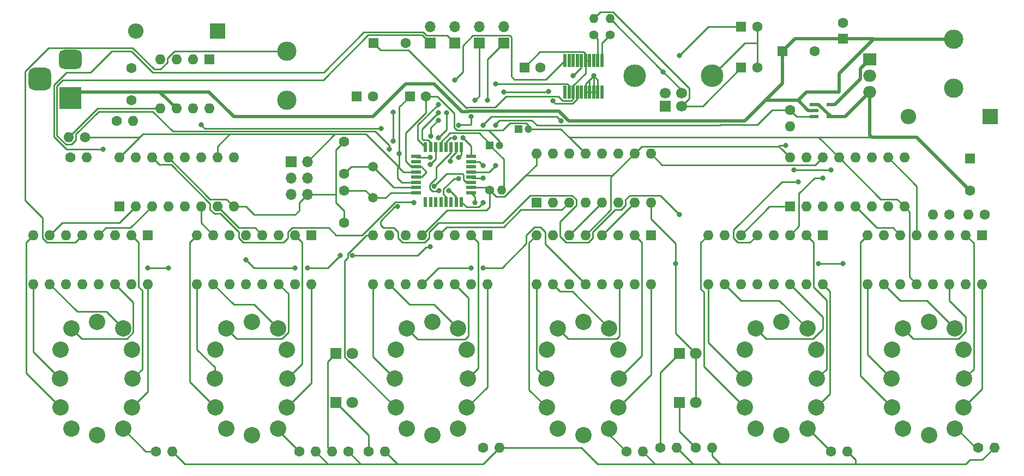
<source format=gbr>
%TF.GenerationSoftware,KiCad,Pcbnew,7.0.8*%
%TF.CreationDate,2023-10-07T19:29:42-07:00*%
%TF.ProjectId,nixie3,6e697869-6533-42e6-9b69-6361645f7063,rev?*%
%TF.SameCoordinates,Original*%
%TF.FileFunction,Copper,L1,Top*%
%TF.FilePolarity,Positive*%
%FSLAX46Y46*%
G04 Gerber Fmt 4.6, Leading zero omitted, Abs format (unit mm)*
G04 Created by KiCad (PCBNEW 7.0.8) date 2023-10-07 19:29:42*
%MOMM*%
%LPD*%
G01*
G04 APERTURE LIST*
G04 Aperture macros list*
%AMRoundRect*
0 Rectangle with rounded corners*
0 $1 Rounding radius*
0 $2 $3 $4 $5 $6 $7 $8 $9 X,Y pos of 4 corners*
0 Add a 4 corners polygon primitive as box body*
4,1,4,$2,$3,$4,$5,$6,$7,$8,$9,$2,$3,0*
0 Add four circle primitives for the rounded corners*
1,1,$1+$1,$2,$3*
1,1,$1+$1,$4,$5*
1,1,$1+$1,$6,$7*
1,1,$1+$1,$8,$9*
0 Add four rect primitives between the rounded corners*
20,1,$1+$1,$2,$3,$4,$5,0*
20,1,$1+$1,$4,$5,$6,$7,0*
20,1,$1+$1,$6,$7,$8,$9,0*
20,1,$1+$1,$8,$9,$2,$3,0*%
G04 Aperture macros list end*
%TA.AperFunction,ComponentPad*%
%ADD10C,1.500000*%
%TD*%
%TA.AperFunction,ComponentPad*%
%ADD11C,1.600000*%
%TD*%
%TA.AperFunction,ComponentPad*%
%ADD12O,1.600000X1.600000*%
%TD*%
%TA.AperFunction,ComponentPad*%
%ADD13R,1.600000X1.600000*%
%TD*%
%TA.AperFunction,ComponentPad*%
%ADD14R,2.400000X2.400000*%
%TD*%
%TA.AperFunction,ComponentPad*%
%ADD15O,2.400000X2.400000*%
%TD*%
%TA.AperFunction,ComponentPad*%
%ADD16C,2.540000*%
%TD*%
%TA.AperFunction,ComponentPad*%
%ADD17R,1.800000X1.800000*%
%TD*%
%TA.AperFunction,ComponentPad*%
%ADD18C,1.800000*%
%TD*%
%TA.AperFunction,ComponentPad*%
%ADD19R,1.200000X1.200000*%
%TD*%
%TA.AperFunction,ComponentPad*%
%ADD20C,1.200000*%
%TD*%
%TA.AperFunction,ComponentPad*%
%ADD21R,1.700000X1.700000*%
%TD*%
%TA.AperFunction,ComponentPad*%
%ADD22O,1.700000X1.700000*%
%TD*%
%TA.AperFunction,ComponentPad*%
%ADD23R,2.000000X1.905000*%
%TD*%
%TA.AperFunction,ComponentPad*%
%ADD24O,2.000000X1.905000*%
%TD*%
%TA.AperFunction,SMDPad,CuDef*%
%ADD25R,1.600000X0.550000*%
%TD*%
%TA.AperFunction,SMDPad,CuDef*%
%ADD26R,0.550000X1.600000*%
%TD*%
%TA.AperFunction,ComponentPad*%
%ADD27C,3.000000*%
%TD*%
%TA.AperFunction,ComponentPad*%
%ADD28R,3.500000X3.500000*%
%TD*%
%TA.AperFunction,ComponentPad*%
%ADD29RoundRect,0.750000X-1.000000X0.750000X-1.000000X-0.750000X1.000000X-0.750000X1.000000X0.750000X0*%
%TD*%
%TA.AperFunction,ComponentPad*%
%ADD30RoundRect,0.875000X-0.875000X0.875000X-0.875000X-0.875000X0.875000X-0.875000X0.875000X0.875000X0*%
%TD*%
%TA.AperFunction,ComponentPad*%
%ADD31C,1.400000*%
%TD*%
%TA.AperFunction,ComponentPad*%
%ADD32O,1.400000X1.400000*%
%TD*%
%TA.AperFunction,SMDPad,CuDef*%
%ADD33RoundRect,0.008200X0.196800X-0.976800X0.196800X0.976800X-0.196800X0.976800X-0.196800X-0.976800X0*%
%TD*%
%TA.AperFunction,SMDPad,CuDef*%
%ADD34RoundRect,0.008200X-0.196800X0.976800X-0.196800X-0.976800X0.196800X-0.976800X0.196800X0.976800X0*%
%TD*%
%TA.AperFunction,ComponentPad*%
%ADD35C,1.700000*%
%TD*%
%TA.AperFunction,ComponentPad*%
%ADD36C,3.500000*%
%TD*%
%TA.AperFunction,SMDPad,CuDef*%
%ADD37R,1.320800X0.508000*%
%TD*%
%TA.AperFunction,ViaPad*%
%ADD38C,0.800000*%
%TD*%
%TA.AperFunction,Conductor*%
%ADD39C,0.250000*%
%TD*%
%TA.AperFunction,Conductor*%
%ADD40C,0.500000*%
%TD*%
G04 APERTURE END LIST*
D10*
%TO.P,Y1,1,1*%
%TO.N,Net-(U1-XTAL2{slash}PB7)*%
X94615000Y-64680000D03*
%TO.P,Y1,2,2*%
%TO.N,Net-(U1-XTAL1{slash}PB6)*%
X94615000Y-59800000D03*
%TD*%
D11*
%TO.P,R10,1*%
%TO.N,Net-(NX6-PadA)*%
X188595000Y-103505000D03*
D12*
%TO.P,R10,2*%
%TO.N,Net-(D1-K)*%
X191135000Y-103505000D03*
%TD*%
D13*
%TO.P,U7,1,~{Q8}*%
%TO.N,Net-(U7-~{Q8})*%
X137795000Y-70485000D03*
D12*
%TO.P,U7,2,~{Q9}*%
%TO.N,Net-(U7-~{Q9})*%
X135255000Y-70485000D03*
%TO.P,U7,3,A*%
%TO.N,Net-(U14-QE)*%
X132715000Y-70485000D03*
%TO.P,U7,4,D*%
%TO.N,Net-(U14-QH)*%
X130175000Y-70485000D03*
%TO.P,U7,5,VCC*%
%TO.N,VDD*%
X127635000Y-70485000D03*
%TO.P,U7,6,B*%
%TO.N,Net-(U14-QF)*%
X125095000Y-70485000D03*
%TO.P,U7,7,C*%
%TO.N,Net-(U14-QG)*%
X122555000Y-70485000D03*
%TO.P,U7,8,~{Q2}*%
%TO.N,Net-(U7-~{Q2})*%
X120015000Y-70485000D03*
%TO.P,U7,9,~{Q3}*%
%TO.N,Net-(U7-~{Q3})*%
X120015000Y-78105000D03*
%TO.P,U7,10,~{Q7}*%
%TO.N,Net-(U7-~{Q7})*%
X122555000Y-78105000D03*
%TO.P,U7,11,~{Q6}*%
%TO.N,Net-(U7-~{Q6})*%
X125095000Y-78105000D03*
%TO.P,U7,12,GND*%
%TO.N,GND*%
X127635000Y-78105000D03*
%TO.P,U7,13,~{Q4}*%
%TO.N,Net-(U7-~{Q4})*%
X130175000Y-78105000D03*
%TO.P,U7,14,~{Q5}*%
%TO.N,Net-(U7-~{Q5})*%
X132715000Y-78105000D03*
%TO.P,U7,15,~{Q1}*%
%TO.N,Net-(U7-~{Q1})*%
X135255000Y-78105000D03*
%TO.P,U7,16,~{Q0}*%
%TO.N,Net-(U7-~{Q0})*%
X137795000Y-78105000D03*
%TD*%
D11*
%TO.P,R12,1*%
%TO.N,Net-(NE3-Pad1)*%
X139290000Y-103505000D03*
D12*
%TO.P,R12,2*%
%TO.N,Net-(D1-K)*%
X141830000Y-103505000D03*
%TD*%
D13*
%TO.P,C11,1*%
%TO.N,VDD*%
X100370000Y-48895000D03*
D11*
%TO.P,C11,2*%
%TO.N,GND*%
X102870000Y-48895000D03*
%TD*%
D14*
%TO.P,D2,1,K*%
%TO.N,Net-(D2-K)*%
X70485000Y-38735000D03*
D15*
%TO.P,D2,2,A*%
%TO.N,GND*%
X57785000Y-38735000D03*
%TD*%
D11*
%TO.P,R13,1*%
%TO.N,Net-(NE4-Pad1)*%
X144780000Y-103505000D03*
D12*
%TO.P,R13,2*%
%TO.N,Net-(D1-K)*%
X147320000Y-103505000D03*
%TD*%
D16*
%TO.P,NX3,0,0*%
%TO.N,Net-(U11-~{Q0})*%
X109220000Y-97282000D03*
%TO.P,NX3,1,1*%
%TO.N,Net-(U11-~{Q1})*%
X99857560Y-100599240D03*
%TO.P,NX3,2,2*%
%TO.N,Net-(U11-~{Q2})*%
X98173540Y-97282000D03*
%TO.P,NX3,3,3*%
%TO.N,Net-(U11-~{Q3})*%
X98046540Y-92783660D03*
%TO.P,NX3,4,4*%
%TO.N,Net-(U11-~{Q4})*%
X98173540Y-88285320D03*
%TO.P,NX3,5,5*%
%TO.N,Net-(U11-~{Q5})*%
X99857560Y-84968080D03*
%TO.P,NX3,6,6*%
%TO.N,Net-(U11-~{Q6})*%
X103855520Y-83967320D03*
%TO.P,NX3,7,7*%
%TO.N,Net-(U11-~{Q7})*%
X107853480Y-84968080D03*
%TO.P,NX3,8,8*%
%TO.N,Net-(U11-~{Q8})*%
X109220000Y-88285320D03*
%TO.P,NX3,9,9*%
%TO.N,Net-(U11-~{Q9})*%
X109347000Y-92783660D03*
%TO.P,NX3,A,A*%
%TO.N,Net-(NX3-PadA)*%
X107853480Y-100599240D03*
%TO.P,NX3,LHDP*%
%TO.N,N/C*%
X103855520Y-101600000D03*
%TD*%
D17*
%TO.P,NE1,1*%
%TO.N,Net-(NE1-Pad1)*%
X88900000Y-88900000D03*
D18*
%TO.P,NE1,2*%
%TO.N,GND*%
X91440000Y-88900000D03*
%TD*%
D19*
%TO.P,C1,1*%
%TO.N,Net-(J9-~{RST})*%
X112785000Y-56525000D03*
D20*
%TO.P,C1,2*%
%TO.N,GND*%
X114285000Y-56525000D03*
%TD*%
D13*
%TO.P,C9,1*%
%TO.N,Net-(J1-D+)*%
X151805000Y-38100000D03*
D11*
%TO.P,C9,2*%
%TO.N,GND*%
X154305000Y-38100000D03*
%TD*%
D13*
%TO.P,U9,1,~{Q8}*%
%TO.N,Net-(U9-~{Q8})*%
X164465000Y-70485000D03*
D12*
%TO.P,U9,2,~{Q9}*%
%TO.N,Net-(U9-~{Q9})*%
X161925000Y-70485000D03*
%TO.P,U9,3,A*%
%TO.N,Net-(U15-QA)*%
X159385000Y-70485000D03*
%TO.P,U9,4,D*%
%TO.N,Net-(U15-QD)*%
X156845000Y-70485000D03*
%TO.P,U9,5,VCC*%
%TO.N,VDD*%
X154305000Y-70485000D03*
%TO.P,U9,6,B*%
%TO.N,Net-(U15-QB)*%
X151765000Y-70485000D03*
%TO.P,U9,7,C*%
%TO.N,Net-(U15-QC)*%
X149225000Y-70485000D03*
%TO.P,U9,8,~{Q2}*%
%TO.N,Net-(U9-~{Q2})*%
X146685000Y-70485000D03*
%TO.P,U9,9,~{Q3}*%
%TO.N,Net-(U9-~{Q3})*%
X146685000Y-78105000D03*
%TO.P,U9,10,~{Q7}*%
%TO.N,Net-(U9-~{Q7})*%
X149225000Y-78105000D03*
%TO.P,U9,11,~{Q6}*%
%TO.N,Net-(U9-~{Q6})*%
X151765000Y-78105000D03*
%TO.P,U9,12,GND*%
%TO.N,GND*%
X154305000Y-78105000D03*
%TO.P,U9,13,~{Q4}*%
%TO.N,Net-(U9-~{Q4})*%
X156845000Y-78105000D03*
%TO.P,U9,14,~{Q5}*%
%TO.N,Net-(U9-~{Q5})*%
X159385000Y-78105000D03*
%TO.P,U9,15,~{Q1}*%
%TO.N,Net-(U9-~{Q1})*%
X161925000Y-78105000D03*
%TO.P,U9,16,~{Q0}*%
%TO.N,Net-(U9-~{Q0})*%
X164465000Y-78105000D03*
%TD*%
D21*
%TO.P,J7,1,Pin_1*%
%TO.N,Net-(J7-Pin_1)*%
X111125000Y-40640000D03*
D22*
%TO.P,J7,2,Pin_2*%
%TO.N,GND*%
X111125000Y-38100000D03*
%TD*%
D11*
%TO.P,R3,1*%
%TO.N,Net-(U1-ADC6)*%
X184150000Y-67310000D03*
D12*
%TO.P,R3,2*%
%TO.N,GND*%
X181610000Y-67310000D03*
%TD*%
D11*
%TO.P,R4,1*%
%TO.N,Net-(D1-K)*%
X90805000Y-104140000D03*
D12*
%TO.P,R4,2*%
%TO.N,Net-(NE1-Pad1)*%
X88265000Y-104140000D03*
%TD*%
D13*
%TO.P,U11,1,~{Q8}*%
%TO.N,Net-(U11-~{Q8})*%
X112395000Y-70485000D03*
D12*
%TO.P,U11,2,~{Q9}*%
%TO.N,Net-(U11-~{Q9})*%
X109855000Y-70485000D03*
%TO.P,U11,3,A*%
%TO.N,Net-(U11-A)*%
X107315000Y-70485000D03*
%TO.P,U11,4,D*%
%TO.N,Net-(U11-D)*%
X104775000Y-70485000D03*
%TO.P,U11,5,VCC*%
%TO.N,VDD*%
X102235000Y-70485000D03*
%TO.P,U11,6,B*%
%TO.N,Net-(U11-B)*%
X99695000Y-70485000D03*
%TO.P,U11,7,C*%
%TO.N,Net-(U11-C)*%
X97155000Y-70485000D03*
%TO.P,U11,8,~{Q2}*%
%TO.N,Net-(U11-~{Q2})*%
X94615000Y-70485000D03*
%TO.P,U11,9,~{Q3}*%
%TO.N,Net-(U11-~{Q3})*%
X94615000Y-78105000D03*
%TO.P,U11,10,~{Q7}*%
%TO.N,Net-(U11-~{Q7})*%
X97155000Y-78105000D03*
%TO.P,U11,11,~{Q6}*%
%TO.N,Net-(U11-~{Q6})*%
X99695000Y-78105000D03*
%TO.P,U11,12,GND*%
%TO.N,GND*%
X102235000Y-78105000D03*
%TO.P,U11,13,~{Q4}*%
%TO.N,Net-(U11-~{Q4})*%
X104775000Y-78105000D03*
%TO.P,U11,14,~{Q5}*%
%TO.N,Net-(U11-~{Q5})*%
X107315000Y-78105000D03*
%TO.P,U11,15,~{Q1}*%
%TO.N,Net-(U11-~{Q1})*%
X109855000Y-78105000D03*
%TO.P,U11,16,~{Q0}*%
%TO.N,Net-(U11-~{Q0})*%
X112395000Y-78105000D03*
%TD*%
D13*
%TO.P,U14,1,QB*%
%TO.N,Net-(U11-B)*%
X120000000Y-65415000D03*
D12*
%TO.P,U14,2,QC*%
%TO.N,Net-(U11-C)*%
X122540000Y-65415000D03*
%TO.P,U14,3,QD*%
%TO.N,Net-(U11-D)*%
X125080000Y-65415000D03*
%TO.P,U14,4,QE*%
%TO.N,Net-(U14-QE)*%
X127620000Y-65415000D03*
%TO.P,U14,5,QF*%
%TO.N,Net-(U14-QF)*%
X130160000Y-65415000D03*
%TO.P,U14,6,QG*%
%TO.N,Net-(U14-QG)*%
X132700000Y-65415000D03*
%TO.P,U14,7,QH*%
%TO.N,Net-(U14-QH)*%
X135240000Y-65415000D03*
%TO.P,U14,8,GND*%
%TO.N,GND*%
X137780000Y-65415000D03*
%TO.P,U14,9,QH'*%
%TO.N,Net-(U14-QH')*%
X137780000Y-57795000D03*
%TO.P,U14,10,~{SRCLR}*%
%TO.N,VDD*%
X135240000Y-57795000D03*
%TO.P,U14,11,SRCLK*%
%TO.N,Net-(U1-PC5)*%
X132700000Y-57795000D03*
%TO.P,U14,12,RCLK*%
%TO.N,Net-(U1-PD3)*%
X130160000Y-57795000D03*
%TO.P,U14,13,~{OE}*%
%TO.N,GND*%
X127620000Y-57795000D03*
%TO.P,U14,14,SER*%
%TO.N,Net-(U13-QH')*%
X125080000Y-57795000D03*
%TO.P,U14,15,QA*%
%TO.N,Net-(U11-A)*%
X122540000Y-57795000D03*
%TO.P,U14,16,VCC*%
%TO.N,VDD*%
X120000000Y-57795000D03*
%TD*%
D13*
%TO.P,U10,1,~{Q8}*%
%TO.N,Net-(U10-~{Q8})*%
X85090000Y-70485000D03*
D12*
%TO.P,U10,2,~{Q9}*%
%TO.N,Net-(U10-~{Q9})*%
X82550000Y-70485000D03*
%TO.P,U10,3,A*%
%TO.N,Net-(U10-A)*%
X80010000Y-70485000D03*
%TO.P,U10,4,D*%
%TO.N,Net-(U10-D)*%
X77470000Y-70485000D03*
%TO.P,U10,5,VCC*%
%TO.N,VDD*%
X74930000Y-70485000D03*
%TO.P,U10,6,B*%
%TO.N,Net-(U10-B)*%
X72390000Y-70485000D03*
%TO.P,U10,7,C*%
%TO.N,Net-(U10-C)*%
X69850000Y-70485000D03*
%TO.P,U10,8,~{Q2}*%
%TO.N,Net-(U10-~{Q2})*%
X67310000Y-70485000D03*
%TO.P,U10,9,~{Q3}*%
%TO.N,Net-(U10-~{Q3})*%
X67310000Y-78105000D03*
%TO.P,U10,10,~{Q7}*%
%TO.N,Net-(U10-~{Q7})*%
X69850000Y-78105000D03*
%TO.P,U10,11,~{Q6}*%
%TO.N,Net-(U10-~{Q6})*%
X72390000Y-78105000D03*
%TO.P,U10,12,GND*%
%TO.N,GND*%
X74930000Y-78105000D03*
%TO.P,U10,13,~{Q4}*%
%TO.N,Net-(U10-~{Q4})*%
X77470000Y-78105000D03*
%TO.P,U10,14,~{Q5}*%
%TO.N,Net-(U10-~{Q5})*%
X80010000Y-78105000D03*
%TO.P,U10,15,~{Q1}*%
%TO.N,Net-(U10-~{Q1})*%
X82550000Y-78105000D03*
%TO.P,U10,16,~{Q0}*%
%TO.N,Net-(U10-~{Q0})*%
X85090000Y-78105000D03*
%TD*%
D11*
%TO.P,R8,1*%
%TO.N,Net-(NX4-PadA)*%
X133985000Y-104140000D03*
D12*
%TO.P,R8,2*%
%TO.N,Net-(D1-K)*%
X136525000Y-104140000D03*
%TD*%
D23*
%TO.P,Q1,1,G*%
%TO.N,Net-(Q1-G)*%
X171775000Y-43180000D03*
D24*
%TO.P,Q1,2,D*%
%TO.N,Net-(D1-A)*%
X171775000Y-45720000D03*
%TO.P,Q1,3,S*%
%TO.N,GND*%
X171775000Y-48260000D03*
%TD*%
D11*
%TO.P,R14,1*%
%TO.N,VCC*%
X54835000Y-52705000D03*
D12*
%TO.P,R14,2*%
%TO.N,Net-(U5-DC)*%
X57375000Y-52705000D03*
%TD*%
D25*
%TO.P,U1,1,PD3*%
%TO.N,Net-(U1-PD3)*%
X101340000Y-58265000D03*
%TO.P,U1,2,PD4*%
%TO.N,unconnected-(U1-PD4-Pad2)*%
X101340000Y-59065000D03*
%TO.P,U1,3,GND*%
%TO.N,GND*%
X101340000Y-59865000D03*
%TO.P,U1,4,VCC*%
%TO.N,VDD*%
X101340000Y-60665000D03*
%TO.P,U1,5,GND*%
%TO.N,GND*%
X101340000Y-61465000D03*
%TO.P,U1,6,VCC*%
%TO.N,VDD*%
X101340000Y-62265000D03*
%TO.P,U1,7,XTAL1/PB6*%
%TO.N,Net-(U1-XTAL1{slash}PB6)*%
X101340000Y-63065000D03*
%TO.P,U1,8,XTAL2/PB7*%
%TO.N,Net-(U1-XTAL2{slash}PB7)*%
X101340000Y-63865000D03*
D26*
%TO.P,U1,9,PD5*%
%TO.N,unconnected-(U1-PD5-Pad9)*%
X102790000Y-65315000D03*
%TO.P,U1,10,PD6*%
%TO.N,unconnected-(U1-PD6-Pad10)*%
X103590000Y-65315000D03*
%TO.P,U1,11,PD7*%
%TO.N,unconnected-(U1-PD7-Pad11)*%
X104390000Y-65315000D03*
%TO.P,U1,12,PB0*%
%TO.N,unconnected-(U1-PB0-Pad12)*%
X105190000Y-65315000D03*
%TO.P,U1,13,PB1*%
%TO.N,Net-(U1-PB1)*%
X105990000Y-65315000D03*
%TO.P,U1,14,PB2*%
%TO.N,unconnected-(U1-PB2-Pad14)*%
X106790000Y-65315000D03*
%TO.P,U1,15,PB3*%
%TO.N,Net-(J9-MOSI)*%
X107590000Y-65315000D03*
%TO.P,U1,16,PB4*%
%TO.N,Net-(J9-MISO)*%
X108390000Y-65315000D03*
D25*
%TO.P,U1,17,PB5*%
%TO.N,Net-(J9-SCK)*%
X109840000Y-63865000D03*
%TO.P,U1,18,AVCC*%
%TO.N,VDD*%
X109840000Y-63065000D03*
%TO.P,U1,19,ADC6*%
%TO.N,Net-(U1-ADC6)*%
X109840000Y-62265000D03*
%TO.P,U1,20,AREF*%
%TO.N,Net-(U1-AREF)*%
X109840000Y-61465000D03*
%TO.P,U1,21,GND*%
%TO.N,GND*%
X109840000Y-60665000D03*
%TO.P,U1,22,ADC7*%
%TO.N,unconnected-(U1-ADC7-Pad22)*%
X109840000Y-59865000D03*
%TO.P,U1,23,PC0*%
%TO.N,Net-(J5-Pin_1)*%
X109840000Y-59065000D03*
%TO.P,U1,24,PC1*%
%TO.N,Net-(J6-Pin_1)*%
X109840000Y-58265000D03*
D26*
%TO.P,U1,25,PC2*%
%TO.N,Net-(J7-Pin_1)*%
X108390000Y-56815000D03*
%TO.P,U1,26,PC3*%
%TO.N,Net-(J8-Pin_1)*%
X107590000Y-56815000D03*
%TO.P,U1,27,PC4*%
%TO.N,Net-(U1-PC4)*%
X106790000Y-56815000D03*
%TO.P,U1,28,PC5*%
%TO.N,Net-(U1-PC5)*%
X105990000Y-56815000D03*
%TO.P,U1,29,~{RESET}/PC6*%
%TO.N,Net-(J9-~{RST})*%
X105190000Y-56815000D03*
%TO.P,U1,30,PD0*%
%TO.N,Net-(U1-PD0)*%
X104390000Y-56815000D03*
%TO.P,U1,31,PD1*%
%TO.N,Net-(U1-PD1)*%
X103590000Y-56815000D03*
%TO.P,U1,32,PD2*%
%TO.N,Net-(U1-PD2)*%
X102790000Y-56815000D03*
%TD*%
D27*
%TO.P,L2,1,1*%
%TO.N,Net-(D2-K)*%
X81280000Y-49530000D03*
%TO.P,L2,2,2*%
%TO.N,VDD*%
X81280000Y-41910000D03*
%TD*%
D11*
%TO.P,R15,1*%
%TO.N,VDD*%
X49940000Y-55245000D03*
D12*
%TO.P,R15,2*%
%TO.N,Net-(U5-Vfb)*%
X47400000Y-55245000D03*
%TD*%
D16*
%TO.P,NX4,0,0*%
%TO.N,Net-(U7-~{Q0})*%
X132700020Y-97282000D03*
%TO.P,NX4,1,1*%
%TO.N,Net-(U7-~{Q1})*%
X123337580Y-100599240D03*
%TO.P,NX4,2,2*%
%TO.N,Net-(U7-~{Q2})*%
X121653560Y-97282000D03*
%TO.P,NX4,3,3*%
%TO.N,Net-(U7-~{Q3})*%
X121526560Y-92783660D03*
%TO.P,NX4,4,4*%
%TO.N,Net-(U7-~{Q4})*%
X121653560Y-88285320D03*
%TO.P,NX4,5,5*%
%TO.N,Net-(U7-~{Q5})*%
X123337580Y-84968080D03*
%TO.P,NX4,6,6*%
%TO.N,Net-(U7-~{Q6})*%
X127335540Y-83967320D03*
%TO.P,NX4,7,7*%
%TO.N,Net-(U7-~{Q7})*%
X131333500Y-84968080D03*
%TO.P,NX4,8,8*%
%TO.N,Net-(U7-~{Q8})*%
X132700020Y-88285320D03*
%TO.P,NX4,9,9*%
%TO.N,Net-(U7-~{Q9})*%
X132827020Y-92783660D03*
%TO.P,NX4,A,A*%
%TO.N,Net-(NX4-PadA)*%
X131333500Y-100599240D03*
%TO.P,NX4,LHDP*%
%TO.N,N/C*%
X127335540Y-101600000D03*
%TD*%
D13*
%TO.P,U8,1,~{Q8}*%
%TO.N,Net-(U8-~{Q8})*%
X59690000Y-70485000D03*
D12*
%TO.P,U8,2,~{Q9}*%
%TO.N,Net-(U8-~{Q9})*%
X57150000Y-70485000D03*
%TO.P,U8,3,A*%
%TO.N,Net-(U13-QA)*%
X54610000Y-70485000D03*
%TO.P,U8,4,D*%
%TO.N,Net-(U13-QD)*%
X52070000Y-70485000D03*
%TO.P,U8,5,VCC*%
%TO.N,VDD*%
X49530000Y-70485000D03*
%TO.P,U8,6,B*%
%TO.N,Net-(U13-QB)*%
X46990000Y-70485000D03*
%TO.P,U8,7,C*%
%TO.N,Net-(U13-QC)*%
X44450000Y-70485000D03*
%TO.P,U8,8,~{Q2}*%
%TO.N,Net-(U8-~{Q2})*%
X41910000Y-70485000D03*
%TO.P,U8,9,~{Q3}*%
%TO.N,Net-(U8-~{Q3})*%
X41910000Y-78105000D03*
%TO.P,U8,10,~{Q7}*%
%TO.N,Net-(U8-~{Q7})*%
X44450000Y-78105000D03*
%TO.P,U8,11,~{Q6}*%
%TO.N,Net-(U8-~{Q6})*%
X46990000Y-78105000D03*
%TO.P,U8,12,GND*%
%TO.N,GND*%
X49530000Y-78105000D03*
%TO.P,U8,13,~{Q4}*%
%TO.N,Net-(U8-~{Q4})*%
X52070000Y-78105000D03*
%TO.P,U8,14,~{Q5}*%
%TO.N,Net-(U8-~{Q5})*%
X54610000Y-78105000D03*
%TO.P,U8,15,~{Q1}*%
%TO.N,Net-(U8-~{Q1})*%
X57150000Y-78105000D03*
%TO.P,U8,16,~{Q0}*%
%TO.N,Net-(U8-~{Q0})*%
X59690000Y-78105000D03*
%TD*%
D21*
%TO.P,J5,1,Pin_1*%
%TO.N,Net-(J5-Pin_1)*%
X103505000Y-40645000D03*
D22*
%TO.P,J5,2,Pin_2*%
%TO.N,GND*%
X103505000Y-38105000D03*
%TD*%
D16*
%TO.P,NX2,0,0*%
%TO.N,Net-(U10-~{Q0})*%
X81246980Y-97282000D03*
%TO.P,NX2,1,1*%
%TO.N,Net-(U10-~{Q1})*%
X71884540Y-100599240D03*
%TO.P,NX2,2,2*%
%TO.N,Net-(U10-~{Q2})*%
X70200520Y-97282000D03*
%TO.P,NX2,3,3*%
%TO.N,Net-(U10-~{Q3})*%
X70073520Y-92783660D03*
%TO.P,NX2,4,4*%
%TO.N,Net-(U10-~{Q4})*%
X70200520Y-88285320D03*
%TO.P,NX2,5,5*%
%TO.N,Net-(U10-~{Q5})*%
X71884540Y-84968080D03*
%TO.P,NX2,6,6*%
%TO.N,Net-(U10-~{Q6})*%
X75882500Y-83967320D03*
%TO.P,NX2,7,7*%
%TO.N,Net-(U10-~{Q7})*%
X79880460Y-84968080D03*
%TO.P,NX2,8,8*%
%TO.N,Net-(U10-~{Q8})*%
X81246980Y-88285320D03*
%TO.P,NX2,9,9*%
%TO.N,Net-(U10-~{Q9})*%
X81373980Y-92783660D03*
%TO.P,NX2,A,A*%
%TO.N,Net-(NX2-PadA)*%
X79880460Y-100599240D03*
%TO.P,NX2,LHDP*%
%TO.N,N/C*%
X75882500Y-101600000D03*
%TD*%
D13*
%TO.P,U12,1,~{Q8}*%
%TO.N,Net-(U12-~{Q8})*%
X189230000Y-70485000D03*
D12*
%TO.P,U12,2,~{Q9}*%
%TO.N,Net-(U12-~{Q9})*%
X186690000Y-70485000D03*
%TO.P,U12,3,A*%
%TO.N,Net-(U12-A)*%
X184150000Y-70485000D03*
%TO.P,U12,4,D*%
%TO.N,Net-(U12-D)*%
X181610000Y-70485000D03*
%TO.P,U12,5,VCC*%
%TO.N,VDD*%
X179070000Y-70485000D03*
%TO.P,U12,6,B*%
%TO.N,Net-(U12-B)*%
X176530000Y-70485000D03*
%TO.P,U12,7,C*%
%TO.N,Net-(U12-C)*%
X173990000Y-70485000D03*
%TO.P,U12,8,~{Q2}*%
%TO.N,Net-(U12-~{Q2})*%
X171450000Y-70485000D03*
%TO.P,U12,9,~{Q3}*%
%TO.N,Net-(U12-~{Q3})*%
X171450000Y-78105000D03*
%TO.P,U12,10,~{Q7}*%
%TO.N,Net-(U12-~{Q7})*%
X173990000Y-78105000D03*
%TO.P,U12,11,~{Q6}*%
%TO.N,Net-(U12-~{Q6})*%
X176530000Y-78105000D03*
%TO.P,U12,12,GND*%
%TO.N,GND*%
X179070000Y-78105000D03*
%TO.P,U12,13,~{Q4}*%
%TO.N,Net-(U12-~{Q4})*%
X181610000Y-78105000D03*
%TO.P,U12,14,~{Q5}*%
%TO.N,Net-(U12-~{Q5})*%
X184150000Y-78105000D03*
%TO.P,U12,15,~{Q1}*%
%TO.N,Net-(U12-~{Q1})*%
X186690000Y-78105000D03*
%TO.P,U12,16,~{Q0}*%
%TO.N,Net-(U12-~{Q0})*%
X189230000Y-78105000D03*
%TD*%
D21*
%TO.P,J8,1,Pin_1*%
%TO.N,Net-(J8-Pin_1)*%
X114935000Y-40645000D03*
D22*
%TO.P,J8,2,Pin_2*%
%TO.N,GND*%
X114935000Y-38105000D03*
%TD*%
D28*
%TO.P,J2,1*%
%TO.N,VCC*%
X47625000Y-49180000D03*
D29*
%TO.P,J2,2*%
%TO.N,GND*%
X47625000Y-43180000D03*
D30*
%TO.P,J2,3*%
%TO.N,N/C*%
X42925000Y-46180000D03*
%TD*%
D11*
%TO.P,R16,1*%
%TO.N,Net-(U5-Vfb)*%
X47625000Y-58420000D03*
D12*
%TO.P,R16,2*%
%TO.N,GND*%
X50165000Y-58420000D03*
%TD*%
D11*
%TO.P,C4,1*%
%TO.N,Net-(U5-TC)*%
X57150000Y-49490000D03*
%TO.P,C4,2*%
%TO.N,GND*%
X57150000Y-44490000D03*
%TD*%
D13*
%TO.P,C3,1*%
%TO.N,Net-(D1-K)*%
X187325000Y-58557349D03*
D11*
%TO.P,C3,2*%
%TO.N,GND*%
X187325000Y-63557349D03*
%TD*%
%TO.P,R17,1*%
%TO.N,Net-(U1-PB1)*%
X159385000Y-51025000D03*
D12*
%TO.P,R17,2*%
%TO.N,VDD*%
X159385000Y-53565000D03*
%TD*%
D31*
%TO.P,R19,1*%
%TO.N,Net-(U6-USBDM)*%
X128905000Y-39370000D03*
D32*
%TO.P,R19,2*%
%TO.N,Net-(J1-D-)*%
X128905000Y-36830000D03*
%TD*%
D33*
%TO.P,U6,1,~{DTR}*%
%TO.N,unconnected-(U6-~{DTR}-Pad1)*%
X124460000Y-48260000D03*
%TO.P,U6,2,~{RTS}*%
%TO.N,Net-(U1-PD2)*%
X125095000Y-48260000D03*
%TO.P,U6,3,VCCIO*%
%TO.N,VDD*%
X125730000Y-48260000D03*
%TO.P,U6,4,RXD*%
%TO.N,Net-(U1-PD1)*%
X126365000Y-48260000D03*
%TO.P,U6,5,~{RI}*%
%TO.N,unconnected-(U6-~{RI}-Pad5)*%
X127000000Y-48260000D03*
%TO.P,U6,6,GND*%
%TO.N,GND*%
X127635000Y-48260000D03*
%TO.P,U6,7,~{DSR}*%
X128270000Y-48260000D03*
%TO.P,U6,8,~{DCD}*%
X128905000Y-48260000D03*
%TO.P,U6,9,~{CTS}*%
X129540000Y-48260000D03*
%TO.P,U6,10,CBUS2*%
%TO.N,unconnected-(U6-CBUS2-Pad10)*%
X130175000Y-48260000D03*
D34*
%TO.P,U6,11,USBDP*%
%TO.N,Net-(U6-USBDP)*%
X130175000Y-43320000D03*
%TO.P,U6,12,USBDM*%
%TO.N,Net-(U6-USBDM)*%
X129540000Y-43320000D03*
%TO.P,U6,13,3V3OUT*%
%TO.N,unconnected-(U6-3V3OUT-Pad13)*%
X128905000Y-43320000D03*
%TO.P,U6,14,~{RESET}*%
%TO.N,VDD*%
X128270000Y-43320000D03*
%TO.P,U6,15,VCC*%
X127635000Y-43320000D03*
%TO.P,U6,16,GND*%
%TO.N,GND*%
X127000000Y-43320000D03*
%TO.P,U6,17,CBUS1*%
%TO.N,unconnected-(U6-CBUS1-Pad17)*%
X126365000Y-43320000D03*
%TO.P,U6,18,CBUS0*%
%TO.N,unconnected-(U6-CBUS0-Pad18)*%
X125730000Y-43320000D03*
%TO.P,U6,19,CBUS3*%
%TO.N,unconnected-(U6-CBUS3-Pad19)*%
X125095000Y-43320000D03*
%TO.P,U6,20,TXD*%
%TO.N,Net-(U1-PD0)*%
X124460000Y-43320000D03*
%TD*%
D21*
%TO.P,J1,1,VBUS*%
%TO.N,unconnected-(J1-VBUS-Pad1)*%
X140050000Y-50430000D03*
D35*
%TO.P,J1,2,D-*%
%TO.N,Net-(J1-D-)*%
X142550000Y-50430000D03*
%TO.P,J1,3,D+*%
%TO.N,Net-(J1-D+)*%
X142550000Y-48430000D03*
%TO.P,J1,4,GND*%
%TO.N,GND*%
X140050000Y-48430000D03*
D36*
%TO.P,J1,5,Shield*%
X135280000Y-45720000D03*
X147320000Y-45720000D03*
%TD*%
D37*
%TO.P,U2,1,GND*%
%TO.N,GND*%
X163144200Y-50165000D03*
%TO.P,U2,2,VDD*%
%TO.N,VCC*%
X163144200Y-51115001D03*
%TO.P,U2,3,IN*%
%TO.N,Net-(U1-PB1)*%
X163144200Y-52065002D03*
%TO.P,U2,4,GND*%
%TO.N,GND*%
X165735000Y-52065002D03*
%TO.P,U2,5,\u002AOUT*%
%TO.N,Net-(Q1-G)*%
X165735000Y-50165000D03*
%TD*%
D13*
%TO.P,U13,1,QB*%
%TO.N,Net-(U13-QB)*%
X55245000Y-66040000D03*
D12*
%TO.P,U13,2,QC*%
%TO.N,Net-(U13-QC)*%
X57785000Y-66040000D03*
%TO.P,U13,3,QD*%
%TO.N,Net-(U13-QD)*%
X60325000Y-66040000D03*
%TO.P,U13,4,QE*%
%TO.N,Net-(U10-A)*%
X62865000Y-66040000D03*
%TO.P,U13,5,QF*%
%TO.N,Net-(U10-B)*%
X65405000Y-66040000D03*
%TO.P,U13,6,QG*%
%TO.N,Net-(U10-C)*%
X67945000Y-66040000D03*
%TO.P,U13,7,QH*%
%TO.N,Net-(U10-D)*%
X70485000Y-66040000D03*
%TO.P,U13,8,GND*%
%TO.N,GND*%
X73025000Y-66040000D03*
%TO.P,U13,9,QH'*%
%TO.N,Net-(U13-QH')*%
X73025000Y-58420000D03*
%TO.P,U13,10,~{SRCLR}*%
%TO.N,VDD*%
X70485000Y-58420000D03*
%TO.P,U13,11,SRCLK*%
%TO.N,Net-(U1-PC5)*%
X67945000Y-58420000D03*
%TO.P,U13,12,RCLK*%
%TO.N,Net-(U1-PD3)*%
X65405000Y-58420000D03*
%TO.P,U13,13,~{OE}*%
%TO.N,GND*%
X62865000Y-58420000D03*
%TO.P,U13,14,SER*%
%TO.N,Net-(U1-PC4)*%
X60325000Y-58420000D03*
%TO.P,U13,15,QA*%
%TO.N,Net-(U13-QA)*%
X57785000Y-58420000D03*
%TO.P,U13,16,VCC*%
%TO.N,VDD*%
X55245000Y-58420000D03*
%TD*%
D13*
%TO.P,C8,1*%
%TO.N,Net-(J1-D-)*%
X151805000Y-44450000D03*
D11*
%TO.P,C8,2*%
%TO.N,GND*%
X154305000Y-44450000D03*
%TD*%
%TO.P,R5,1*%
%TO.N,Net-(NE2-Pad1)*%
X93980000Y-104140000D03*
D12*
%TO.P,R5,2*%
%TO.N,Net-(D1-K)*%
X96520000Y-104140000D03*
%TD*%
D11*
%TO.P,C6,1*%
%TO.N,GND*%
X90170000Y-68540000D03*
%TO.P,C6,2*%
%TO.N,Net-(U1-XTAL2{slash}PB7)*%
X90170000Y-63540000D03*
%TD*%
D13*
%TO.P,C5,1*%
%TO.N,VDD*%
X94695000Y-40640000D03*
D11*
%TO.P,C5,2*%
%TO.N,GND*%
X99695000Y-40640000D03*
%TD*%
D31*
%TO.P,R1,1*%
%TO.N,VDD*%
X112745000Y-63510000D03*
D32*
%TO.P,R1,2*%
%TO.N,Net-(J9-~{RST})*%
X114645000Y-63510000D03*
%TD*%
D17*
%TO.P,NE2,1*%
%TO.N,Net-(NE2-Pad1)*%
X88900000Y-96520000D03*
D18*
%TO.P,NE2,2*%
%TO.N,GND*%
X91440000Y-96520000D03*
%TD*%
D16*
%TO.P,NX6,0,0*%
%TO.N,Net-(U12-~{Q0})*%
X186323480Y-97282000D03*
%TO.P,NX6,1,1*%
%TO.N,Net-(U12-~{Q1})*%
X176961040Y-100599240D03*
%TO.P,NX6,2,2*%
%TO.N,Net-(U12-~{Q2})*%
X175277020Y-97282000D03*
%TO.P,NX6,3,3*%
%TO.N,Net-(U12-~{Q3})*%
X175150020Y-92783660D03*
%TO.P,NX6,4,4*%
%TO.N,Net-(U12-~{Q4})*%
X175277020Y-88285320D03*
%TO.P,NX6,5,5*%
%TO.N,Net-(U12-~{Q5})*%
X176961040Y-84968080D03*
%TO.P,NX6,6,6*%
%TO.N,Net-(U12-~{Q6})*%
X180959000Y-83967320D03*
%TO.P,NX6,7,7*%
%TO.N,Net-(U12-~{Q7})*%
X184956960Y-84968080D03*
%TO.P,NX6,8,8*%
%TO.N,Net-(U12-~{Q8})*%
X186323480Y-88285320D03*
%TO.P,NX6,9,9*%
%TO.N,Net-(U12-~{Q9})*%
X186450480Y-92783660D03*
%TO.P,NX6,A,A*%
%TO.N,Net-(NX6-PadA)*%
X184956960Y-100599240D03*
%TO.P,NX6,LHDP*%
%TO.N,N/C*%
X180959000Y-101600000D03*
%TD*%
D21*
%TO.P,J9,1,MISO*%
%TO.N,Net-(J9-MISO)*%
X81900000Y-59065000D03*
D22*
%TO.P,J9,2,VCC*%
%TO.N,VDD*%
X84440000Y-59065000D03*
%TO.P,J9,3,SCK*%
%TO.N,Net-(J9-SCK)*%
X81900000Y-61605000D03*
%TO.P,J9,4,MOSI*%
%TO.N,Net-(J9-MOSI)*%
X84440000Y-61605000D03*
%TO.P,J9,5,~{RST}*%
%TO.N,Net-(J9-~{RST})*%
X81900000Y-64145000D03*
%TO.P,J9,6,GND*%
%TO.N,GND*%
X84440000Y-64145000D03*
%TD*%
D11*
%TO.P,C7,1*%
%TO.N,GND*%
X90170000Y-55920000D03*
%TO.P,C7,2*%
%TO.N,Net-(U1-XTAL1{slash}PB6)*%
X90170000Y-60920000D03*
%TD*%
D16*
%TO.P,NX1,0,0*%
%TO.N,Net-(U8-~{Q0})*%
X57196980Y-97282000D03*
%TO.P,NX1,1,1*%
%TO.N,Net-(U8-~{Q1})*%
X47834540Y-100599240D03*
%TO.P,NX1,2,2*%
%TO.N,Net-(U8-~{Q2})*%
X46150520Y-97282000D03*
%TO.P,NX1,3,3*%
%TO.N,Net-(U8-~{Q3})*%
X46023520Y-92783660D03*
%TO.P,NX1,4,4*%
%TO.N,Net-(U8-~{Q4})*%
X46150520Y-88285320D03*
%TO.P,NX1,5,5*%
%TO.N,Net-(U8-~{Q5})*%
X47834540Y-84968080D03*
%TO.P,NX1,6,6*%
%TO.N,Net-(U8-~{Q6})*%
X51832500Y-83967320D03*
%TO.P,NX1,7,7*%
%TO.N,Net-(U8-~{Q7})*%
X55830460Y-84968080D03*
%TO.P,NX1,8,8*%
%TO.N,Net-(U8-~{Q8})*%
X57196980Y-88285320D03*
%TO.P,NX1,9,9*%
%TO.N,Net-(U8-~{Q9})*%
X57323980Y-92783660D03*
%TO.P,NX1,A,A*%
%TO.N,Net-(NX1-PadA)*%
X55830460Y-100599240D03*
%TO.P,NX1,LHDP*%
%TO.N,N/C*%
X51832500Y-101600000D03*
%TD*%
D13*
%TO.P,C14,1*%
%TO.N,VCC*%
X167640000Y-39965000D03*
D11*
%TO.P,C14,2*%
%TO.N,GND*%
X167640000Y-37465000D03*
%TD*%
D21*
%TO.P,J6,1,Pin_1*%
%TO.N,Net-(J6-Pin_1)*%
X107315000Y-40645000D03*
D22*
%TO.P,J6,2,Pin_2*%
%TO.N,GND*%
X107315000Y-38105000D03*
%TD*%
D11*
%TO.P,R2,1*%
%TO.N,Net-(D1-K)*%
X189640000Y-67310000D03*
D12*
%TO.P,R2,2*%
%TO.N,Net-(U1-ADC6)*%
X187100000Y-67310000D03*
%TD*%
D13*
%TO.P,U5,1,SwC*%
%TO.N,Net-(U5-DC)*%
X69215000Y-43180000D03*
D12*
%TO.P,U5,2,SwE*%
%TO.N,Net-(D2-K)*%
X66675000Y-43180000D03*
%TO.P,U5,3,TC*%
%TO.N,Net-(U5-TC)*%
X64135000Y-43180000D03*
%TO.P,U5,4,GND*%
%TO.N,GND*%
X61595000Y-43180000D03*
%TO.P,U5,5,Vfb*%
%TO.N,Net-(U5-Vfb)*%
X61595000Y-50800000D03*
%TO.P,U5,6,Vin*%
%TO.N,VCC*%
X64135000Y-50800000D03*
%TO.P,U5,7,Ipk*%
%TO.N,Net-(U5-DC)*%
X66675000Y-50800000D03*
%TO.P,U5,8,DC*%
X69215000Y-50800000D03*
%TD*%
D11*
%TO.P,R7,1*%
%TO.N,Net-(NX3-PadA)*%
X111760000Y-103505000D03*
D12*
%TO.P,R7,2*%
%TO.N,Net-(D1-K)*%
X114300000Y-103505000D03*
%TD*%
D31*
%TO.P,R18,1*%
%TO.N,Net-(U6-USBDP)*%
X131445000Y-39370000D03*
D32*
%TO.P,R18,2*%
%TO.N,Net-(J1-D+)*%
X131445000Y-36830000D03*
%TD*%
D11*
%TO.P,R11,1*%
%TO.N,Net-(NX1-PadA)*%
X60960000Y-104140000D03*
D12*
%TO.P,R11,2*%
%TO.N,Net-(D1-K)*%
X63500000Y-104140000D03*
%TD*%
D13*
%TO.P,C10,1*%
%TO.N,VDD*%
X118150000Y-44450000D03*
D11*
%TO.P,C10,2*%
%TO.N,GND*%
X120650000Y-44450000D03*
%TD*%
%TO.P,R9,1*%
%TO.N,Net-(NX5-PadA)*%
X165735000Y-104140000D03*
D12*
%TO.P,R9,2*%
%TO.N,Net-(D1-K)*%
X168275000Y-104140000D03*
%TD*%
D17*
%TO.P,NE3,1*%
%TO.N,Net-(NE3-Pad1)*%
X142240000Y-88900000D03*
D18*
%TO.P,NE3,2*%
%TO.N,GND*%
X144780000Y-88900000D03*
%TD*%
D13*
%TO.P,C13,1*%
%TO.N,VCC*%
X158195000Y-41910000D03*
D11*
%TO.P,C13,2*%
%TO.N,GND*%
X163195000Y-41910000D03*
%TD*%
D27*
%TO.P,L1,1,1*%
%TO.N,VCC*%
X184785000Y-40005000D03*
%TO.P,L1,2,2*%
%TO.N,Net-(D1-A)*%
X184785000Y-47625000D03*
%TD*%
D11*
%TO.P,R6,1*%
%TO.N,Net-(NX2-PadA)*%
X83185000Y-104140000D03*
D12*
%TO.P,R6,2*%
%TO.N,Net-(D1-K)*%
X85725000Y-104140000D03*
%TD*%
D16*
%TO.P,NX5,0,0*%
%TO.N,Net-(U9-~{Q0})*%
X163446460Y-97282000D03*
%TO.P,NX5,1,1*%
%TO.N,Net-(U9-~{Q1})*%
X154084020Y-100599240D03*
%TO.P,NX5,2,2*%
%TO.N,Net-(U9-~{Q2})*%
X152400000Y-97282000D03*
%TO.P,NX5,3,3*%
%TO.N,Net-(U9-~{Q3})*%
X152273000Y-92783660D03*
%TO.P,NX5,4,4*%
%TO.N,Net-(U9-~{Q4})*%
X152400000Y-88285320D03*
%TO.P,NX5,5,5*%
%TO.N,Net-(U9-~{Q5})*%
X154084020Y-84968080D03*
%TO.P,NX5,6,6*%
%TO.N,Net-(U9-~{Q6})*%
X158081980Y-83967320D03*
%TO.P,NX5,7,7*%
%TO.N,Net-(U9-~{Q7})*%
X162079940Y-84968080D03*
%TO.P,NX5,8,8*%
%TO.N,Net-(U9-~{Q8})*%
X163446460Y-88285320D03*
%TO.P,NX5,9,9*%
%TO.N,Net-(U9-~{Q9})*%
X163573460Y-92783660D03*
%TO.P,NX5,A,A*%
%TO.N,Net-(NX5-PadA)*%
X162079940Y-100599240D03*
%TO.P,NX5,LHDP*%
%TO.N,N/C*%
X158081980Y-101600000D03*
%TD*%
D13*
%TO.P,U15,1,QB*%
%TO.N,Net-(U15-QB)*%
X159370000Y-66050000D03*
D12*
%TO.P,U15,2,QC*%
%TO.N,Net-(U15-QC)*%
X161910000Y-66050000D03*
%TO.P,U15,3,QD*%
%TO.N,Net-(U15-QD)*%
X164450000Y-66050000D03*
%TO.P,U15,4,QE*%
%TO.N,Net-(U12-A)*%
X166990000Y-66050000D03*
%TO.P,U15,5,QF*%
%TO.N,Net-(U12-B)*%
X169530000Y-66050000D03*
%TO.P,U15,6,QG*%
%TO.N,Net-(U12-C)*%
X172070000Y-66050000D03*
%TO.P,U15,7,QH*%
%TO.N,Net-(U12-D)*%
X174610000Y-66050000D03*
%TO.P,U15,8,GND*%
%TO.N,GND*%
X177150000Y-66050000D03*
%TO.P,U15,9,QH'*%
%TO.N,unconnected-(U15-QH'-Pad9)*%
X177150000Y-58430000D03*
%TO.P,U15,10,~{SRCLR}*%
%TO.N,VDD*%
X174610000Y-58430000D03*
%TO.P,U15,11,SRCLK*%
%TO.N,Net-(U1-PC5)*%
X172070000Y-58430000D03*
%TO.P,U15,12,RCLK*%
%TO.N,Net-(U1-PD3)*%
X169530000Y-58430000D03*
%TO.P,U15,13,~{OE}*%
%TO.N,GND*%
X166990000Y-58430000D03*
%TO.P,U15,14,SER*%
%TO.N,Net-(U14-QH')*%
X164450000Y-58430000D03*
%TO.P,U15,15,QA*%
%TO.N,Net-(U15-QA)*%
X161910000Y-58430000D03*
%TO.P,U15,16,VCC*%
%TO.N,VDD*%
X159370000Y-58430000D03*
%TD*%
D17*
%TO.P,NE4,1*%
%TO.N,Net-(NE4-Pad1)*%
X142240000Y-96520000D03*
D18*
%TO.P,NE4,2*%
%TO.N,GND*%
X144780000Y-96520000D03*
%TD*%
D14*
%TO.P,D1,1,K*%
%TO.N,Net-(D1-K)*%
X190500000Y-52070000D03*
D15*
%TO.P,D1,2,A*%
%TO.N,Net-(D1-A)*%
X177800000Y-52070000D03*
%TD*%
D19*
%TO.P,C2,1*%
%TO.N,Net-(U1-AREF)*%
X117245000Y-53975000D03*
D20*
%TO.P,C2,2*%
%TO.N,GND*%
X118745000Y-53975000D03*
%TD*%
D13*
%TO.P,C12,1*%
%TO.N,VDD*%
X92115000Y-48895000D03*
D11*
%TO.P,C12,2*%
%TO.N,GND*%
X94615000Y-48895000D03*
%TD*%
D38*
%TO.N,GND*%
X111760000Y-75565000D03*
X109855000Y-75565000D03*
X141605000Y-74930000D03*
X62865000Y-75565000D03*
X163830000Y-74930000D03*
X167640000Y-74930000D03*
X59690000Y-75565000D03*
X125730000Y-45720000D03*
X113665000Y-59690000D03*
X128905000Y-45720000D03*
%TO.N,Net-(U1-PB1)*%
X113665000Y-53424500D03*
X107950000Y-61679500D03*
%TO.N,Net-(U1-ADC6)*%
X142240000Y-67310000D03*
X104140000Y-62923068D03*
X98425000Y-66040000D03*
%TO.N,Net-(J1-D+)*%
X139700000Y-45085000D03*
X142240000Y-42545000D03*
%TO.N,Net-(U1-AREF)*%
X111760000Y-61595000D03*
%TO.N,Net-(U1-PC5)*%
X109855000Y-52070000D03*
X107950000Y-53429500D03*
X107315000Y-55334500D03*
%TO.N,Net-(J5-Pin_1)*%
X97155000Y-57150000D03*
X111760000Y-59690000D03*
%TO.N,Net-(J6-Pin_1)*%
X95885000Y-53885500D03*
X108585000Y-55334500D03*
X52705000Y-57150000D03*
X67945000Y-53340000D03*
%TO.N,Net-(J7-Pin_1)*%
X110490000Y-49530000D03*
X107950000Y-58420000D03*
X104775000Y-55334500D03*
X106045000Y-51435000D03*
%TO.N,Net-(J8-Pin_1)*%
X106680000Y-58965500D03*
X112395000Y-49530000D03*
X103609562Y-55092632D03*
X104775000Y-52615500D03*
%TO.N,VDD*%
X84455000Y-75565000D03*
X103505000Y-72305500D03*
X89535000Y-73660000D03*
X160655000Y-62230000D03*
X82550000Y-75565000D03*
X158750000Y-56515000D03*
X91440000Y-73660000D03*
X74930000Y-74295000D03*
X98742500Y-57785000D03*
%TO.N,Net-(J9-MISO)*%
X111760000Y-65405000D03*
%TO.N,Net-(J9-SCK)*%
X110490000Y-65405000D03*
%TO.N,Net-(J9-MOSI)*%
X106403546Y-63606074D03*
%TO.N,Net-(U1-PD3)*%
X123825000Y-52705000D03*
X165735000Y-60325000D03*
X160020000Y-60325000D03*
X103505000Y-58420000D03*
X111760000Y-53429500D03*
%TO.N,Net-(U1-PC4)*%
X100965000Y-65405000D03*
X104876069Y-63591826D03*
%TO.N,Net-(U1-PD0)*%
X103505000Y-59525500D03*
X97790000Y-55880000D03*
X107315000Y-46355000D03*
X97790000Y-51350500D03*
%TO.N,Net-(U1-PD1)*%
X104775000Y-51435000D03*
X121920000Y-48170500D03*
X122555000Y-49619500D03*
X114935000Y-48260000D03*
%TO.N,Net-(U1-PD2)*%
X113665000Y-46990000D03*
X104775000Y-50165000D03*
%TO.N,Net-(U15-QA)*%
X164465000Y-61595000D03*
%TD*%
D39*
%TO.N,GND*%
X107225000Y-51525000D02*
X104595000Y-48895000D01*
X163805000Y-55245000D02*
X125095000Y-55245000D01*
X118745000Y-53375000D02*
X118420000Y-53050000D01*
D40*
X165735000Y-52065002D02*
X167969998Y-52065002D01*
D39*
X141605000Y-71755000D02*
X137780000Y-67930000D01*
X127620000Y-57795000D02*
X125082500Y-55257500D01*
X118420000Y-53050000D02*
X115860000Y-53050000D01*
X176025000Y-64925000D02*
X177150000Y-66050000D01*
X166990000Y-58430000D02*
X163805000Y-55245000D01*
X112580000Y-54160000D02*
X107655195Y-54160000D01*
X88900000Y-57190000D02*
X88900000Y-64135000D01*
X141605000Y-85725000D02*
X141605000Y-74930000D01*
X73025000Y-66040000D02*
X71900000Y-64915000D01*
X100540000Y-59865000D02*
X101340000Y-59865000D01*
X102870000Y-51435000D02*
X99695000Y-54610000D01*
X109840000Y-60665000D02*
X112690000Y-60665000D01*
X69360000Y-64915000D02*
X62865000Y-58420000D01*
X102870000Y-60735000D02*
X102870000Y-60595000D01*
X128270000Y-48260000D02*
X128270000Y-46355000D01*
X107225000Y-53729805D02*
X107225000Y-51525000D01*
X99695000Y-54610000D02*
X99695000Y-59020000D01*
X177945000Y-76980000D02*
X177945000Y-66845000D01*
X154305000Y-40640000D02*
X154305000Y-38100000D01*
D40*
X163834998Y-50165000D02*
X165735000Y-52065002D01*
D39*
X101340000Y-61465000D02*
X102140000Y-61465000D01*
X102870000Y-60735000D02*
X102940000Y-60665000D01*
X127635000Y-48260000D02*
X127635000Y-46990000D01*
X111760000Y-75565000D02*
X114683234Y-75565000D01*
X88900000Y-64135000D02*
X88900000Y-65405000D01*
X90170000Y-55920000D02*
X88900000Y-57190000D01*
X71900000Y-64915000D02*
X69360000Y-64915000D01*
X102870000Y-60595000D02*
X102140000Y-59865000D01*
D40*
X171775000Y-54935000D02*
X172085000Y-55245000D01*
D39*
X137780000Y-67930000D02*
X137780000Y-65415000D01*
X104775000Y-75565000D02*
X109855000Y-75565000D01*
X118445000Y-70478194D02*
X119708194Y-69215000D01*
X152400000Y-40640000D02*
X154305000Y-40640000D01*
X88900000Y-65405000D02*
X90170000Y-66675000D01*
X112690000Y-60665000D02*
X113665000Y-59690000D01*
X172085000Y-55245000D02*
X163805000Y-55245000D01*
X88890000Y-64145000D02*
X88900000Y-64135000D01*
X114285000Y-55865000D02*
X114285000Y-56525000D01*
X102140000Y-59865000D02*
X101340000Y-59865000D01*
X129540000Y-46355000D02*
X129540000Y-48260000D01*
X123800000Y-53975000D02*
X118745000Y-53975000D01*
X102870000Y-48895000D02*
X102870000Y-51435000D01*
X90170000Y-66675000D02*
X90170000Y-68540000D01*
X115860000Y-53050000D02*
X114750000Y-54160000D01*
X107655195Y-54160000D02*
X107225000Y-53729805D01*
X177945000Y-66845000D02*
X177150000Y-66050000D01*
X102140000Y-61465000D02*
X102870000Y-60735000D01*
D40*
X179012651Y-55245000D02*
X172085000Y-55245000D01*
D39*
X121435000Y-71905000D02*
X127635000Y-78105000D01*
X84440000Y-64145000D02*
X88890000Y-64145000D01*
X147320000Y-45720000D02*
X152400000Y-40640000D01*
X114683234Y-75565000D02*
X118445000Y-71803234D01*
X166990000Y-58430000D02*
X173485000Y-64925000D01*
X129540000Y-48260000D02*
X127635000Y-48260000D01*
X154305000Y-40640000D02*
X154305000Y-44450000D01*
X112580000Y-54160000D02*
X114285000Y-55865000D01*
X99695000Y-59020000D02*
X100540000Y-59865000D01*
X128905000Y-45720000D02*
X128905000Y-48260000D01*
X127000000Y-44450000D02*
X125730000Y-45720000D01*
X179070000Y-78105000D02*
X177945000Y-76980000D01*
X128905000Y-45720000D02*
X129540000Y-46355000D01*
D40*
X167969998Y-52065002D02*
X171775000Y-48260000D01*
D39*
X104595000Y-48895000D02*
X102870000Y-48895000D01*
X76200000Y-67310000D02*
X74930000Y-66040000D01*
X83185000Y-66675000D02*
X82550000Y-67310000D01*
X118745000Y-53975000D02*
X118745000Y-53375000D01*
D40*
X187325000Y-63557349D02*
X179012651Y-55245000D01*
D39*
X125082500Y-55257500D02*
X123800000Y-53975000D01*
X125095000Y-55245000D02*
X125082500Y-55257500D01*
X121435000Y-70028194D02*
X121435000Y-71905000D01*
X163830000Y-74930000D02*
X167640000Y-74930000D01*
X82550000Y-67310000D02*
X76200000Y-67310000D01*
X144780000Y-88900000D02*
X144780000Y-96520000D01*
X127000000Y-43320000D02*
X127000000Y-44450000D01*
X114750000Y-54160000D02*
X112580000Y-54160000D01*
X144780000Y-88900000D02*
X141605000Y-85725000D01*
D40*
X163144200Y-50165000D02*
X163834998Y-50165000D01*
D39*
X127635000Y-46990000D02*
X128905000Y-45720000D01*
X118445000Y-71803234D02*
X118445000Y-70478194D01*
X128270000Y-46355000D02*
X128905000Y-45720000D01*
X102235000Y-78105000D02*
X104775000Y-75565000D01*
X83185000Y-65400000D02*
X83185000Y-66675000D01*
X62865000Y-75565000D02*
X59690000Y-75565000D01*
X119708194Y-69215000D02*
X120621806Y-69215000D01*
X120621806Y-69215000D02*
X121435000Y-70028194D01*
X74930000Y-66040000D02*
X73025000Y-66040000D01*
X141605000Y-74930000D02*
X141605000Y-71755000D01*
X173485000Y-64925000D02*
X176025000Y-64925000D01*
X84440000Y-64145000D02*
X83185000Y-65400000D01*
D40*
X171775000Y-48260000D02*
X171775000Y-54935000D01*
D39*
%TO.N,Net-(U1-PB1)*%
X114270337Y-52605000D02*
X113665000Y-53210337D01*
X159385000Y-51025000D02*
X156620000Y-51025000D01*
X148590000Y-53340000D02*
X148505000Y-53425000D01*
X107230500Y-61679500D02*
X105597548Y-63312452D01*
X120100000Y-53425000D02*
X119280000Y-52605000D01*
X105597548Y-63312452D02*
X105597548Y-64122548D01*
X160425002Y-52065002D02*
X159385000Y-51025000D01*
X154305000Y-53340000D02*
X148590000Y-53340000D01*
X156620000Y-51025000D02*
X154305000Y-53340000D01*
X113665000Y-53210337D02*
X113665000Y-53424500D01*
X160425002Y-52065002D02*
X163144200Y-52065002D01*
X148505000Y-53425000D02*
X120100000Y-53425000D01*
X105597548Y-64122548D02*
X105990000Y-64515000D01*
X107950000Y-61679500D02*
X107230500Y-61679500D01*
X119280000Y-52605000D02*
X114270337Y-52605000D01*
X105990000Y-64515000D02*
X105990000Y-65315000D01*
%TO.N,Net-(D1-K)*%
X87630000Y-106045000D02*
X85725000Y-104140000D01*
X187325000Y-105410000D02*
X186690000Y-106045000D01*
X98425000Y-106045000D02*
X111760000Y-106045000D01*
X127000000Y-103505000D02*
X129540000Y-106045000D01*
X144370000Y-106045000D02*
X141830000Y-103505000D01*
X92710000Y-106045000D02*
X90805000Y-104140000D01*
X114300000Y-103505000D02*
X127000000Y-103505000D01*
X144780000Y-106045000D02*
X144370000Y-106045000D01*
X65405000Y-106045000D02*
X63500000Y-104140000D01*
X147320000Y-103505000D02*
X147320000Y-104775000D01*
X138430000Y-106045000D02*
X136525000Y-104140000D01*
X129540000Y-106045000D02*
X138430000Y-106045000D01*
X144780000Y-106045000D02*
X138430000Y-106045000D01*
X169545000Y-106045000D02*
X148590000Y-106045000D01*
X191135000Y-103505000D02*
X189230000Y-105410000D01*
X148590000Y-106045000D02*
X144780000Y-106045000D01*
X98425000Y-106045000D02*
X96520000Y-104140000D01*
X169545000Y-105410000D02*
X168275000Y-104140000D01*
X147320000Y-104775000D02*
X148590000Y-106045000D01*
X98425000Y-106045000D02*
X92710000Y-106045000D01*
X189230000Y-105410000D02*
X187325000Y-105410000D01*
X92710000Y-106045000D02*
X87630000Y-106045000D01*
X186690000Y-106045000D02*
X169545000Y-106045000D01*
X169545000Y-106045000D02*
X169545000Y-105410000D01*
X87630000Y-106045000D02*
X65405000Y-106045000D01*
X111760000Y-106045000D02*
X114300000Y-103505000D01*
%TO.N,Net-(J9-~{RST})*%
X114935000Y-63220000D02*
X114935000Y-58675000D01*
X112785000Y-56525000D02*
X112785000Y-56270000D01*
X114645000Y-63510000D02*
X114935000Y-63220000D01*
X111125000Y-54610000D02*
X106595000Y-54610000D01*
X106595000Y-54610000D02*
X105190000Y-56015000D01*
X105190000Y-56015000D02*
X105190000Y-56815000D01*
X112785000Y-56270000D02*
X111125000Y-54610000D01*
X114935000Y-58675000D02*
X112785000Y-56525000D01*
%TO.N,Net-(J1-D-)*%
X151805000Y-44450000D02*
X145825000Y-50430000D01*
X142550000Y-50430000D02*
X143725000Y-49255000D01*
X143725000Y-49255000D02*
X143725000Y-47662236D01*
X143725000Y-47662236D02*
X131872868Y-35810104D01*
X131872868Y-35810104D02*
X129924896Y-35810104D01*
X129924896Y-35810104D02*
X128905000Y-36830000D01*
X145825000Y-50430000D02*
X142550000Y-50430000D01*
D40*
%TO.N,VCC*%
X158195000Y-41910000D02*
X160140000Y-39965000D01*
X167005000Y-45361104D02*
X172361104Y-40005000D01*
X125027082Y-52705000D02*
X152400000Y-52705000D01*
X99695000Y-46990000D02*
X104140000Y-46990000D01*
X161925000Y-48260000D02*
X167005000Y-48260000D01*
X160140000Y-39965000D02*
X167640000Y-39965000D01*
X109408045Y-51314873D02*
X109502918Y-51220000D01*
X109502918Y-51220000D02*
X123542082Y-51220000D01*
X160655000Y-49530000D02*
X161925000Y-48260000D01*
X104140000Y-46990000D02*
X108464873Y-51314873D01*
X167005000Y-48260000D02*
X167005000Y-45361104D01*
X61575000Y-48240000D02*
X64135000Y-50800000D01*
X167640000Y-39965000D02*
X172321104Y-39965000D01*
X163144200Y-51115001D02*
X162240001Y-51115001D01*
X61575000Y-48240000D02*
X69195000Y-48240000D01*
X123542082Y-51220000D02*
X125027082Y-52705000D01*
X155575000Y-49530000D02*
X160655000Y-49530000D01*
X152400000Y-52705000D02*
X155575000Y-49530000D01*
X172321104Y-39965000D02*
X172361104Y-40005000D01*
X94615000Y-52070000D02*
X99695000Y-46990000D01*
X69195000Y-48240000D02*
X73025000Y-52070000D01*
X158195000Y-46910000D02*
X155575000Y-49530000D01*
X172361104Y-40005000D02*
X184785000Y-40005000D01*
X47625000Y-49180000D02*
X48565000Y-48240000D01*
X108464873Y-51314873D02*
X109408045Y-51314873D01*
X48565000Y-48240000D02*
X61575000Y-48240000D01*
X158195000Y-41910000D02*
X158195000Y-46910000D01*
X162240001Y-51115001D02*
X160655000Y-49530000D01*
X73025000Y-52070000D02*
X94615000Y-52070000D01*
D39*
%TO.N,Net-(NE1-Pad1)*%
X87630000Y-90170000D02*
X88900000Y-88900000D01*
X87630000Y-90170000D02*
X87630000Y-103505000D01*
X87630000Y-103505000D02*
X88265000Y-104140000D01*
%TO.N,Net-(NE2-Pad1)*%
X93980000Y-101600000D02*
X93980000Y-104140000D01*
X88900000Y-96520000D02*
X93980000Y-101600000D01*
%TO.N,Net-(NE3-Pad1)*%
X139290000Y-103505000D02*
X139290000Y-91850000D01*
X139290000Y-91850000D02*
X142240000Y-88900000D01*
%TO.N,Net-(NE4-Pad1)*%
X142240000Y-96520000D02*
X142240000Y-100965000D01*
X142240000Y-100965000D02*
X144780000Y-103505000D01*
%TO.N,Net-(NX1-PadA)*%
X55830460Y-100599240D02*
X59371220Y-104140000D01*
X59371220Y-104140000D02*
X60960000Y-104140000D01*
%TO.N,Net-(NX2-PadA)*%
X79880460Y-100835460D02*
X79880460Y-100599240D01*
X83185000Y-104140000D02*
X79880460Y-100835460D01*
%TO.N,Net-(NX4-PadA)*%
X131333500Y-101488500D02*
X131333500Y-100599240D01*
X133985000Y-104140000D02*
X131333500Y-101488500D01*
%TO.N,Net-(NX5-PadA)*%
X162194240Y-100599240D02*
X162079940Y-100599240D01*
X165735000Y-104140000D02*
X162194240Y-100599240D01*
%TO.N,Net-(NX6-PadA)*%
X185279240Y-100599240D02*
X184956960Y-100599240D01*
X188185000Y-103505000D02*
X185279240Y-100599240D01*
D40*
%TO.N,Net-(Q1-G)*%
X170326223Y-44628777D02*
X171775000Y-43180000D01*
X170326223Y-46234177D02*
X170326223Y-44628777D01*
X165735000Y-50165000D02*
X166395400Y-50165000D01*
X166395400Y-50165000D02*
X170326223Y-46234177D01*
D39*
%TO.N,Net-(U1-ADC6)*%
X128760000Y-70943878D02*
X128760000Y-70026122D01*
X103360000Y-69996396D02*
X104776396Y-68580000D01*
X95795000Y-68279695D02*
X95795000Y-68880305D01*
X125538878Y-64290000D02*
X126205000Y-64956122D01*
X114775380Y-68580000D02*
X119065380Y-64290000D01*
X133825000Y-65873878D02*
X133825000Y-64956122D01*
X133825000Y-64956122D02*
X134491122Y-64290000D01*
X103360000Y-70943878D02*
X103360000Y-69996396D01*
X128093878Y-71610000D02*
X128760000Y-70943878D01*
X134491122Y-64290000D02*
X139220000Y-64290000D01*
X98034695Y-66040000D02*
X95795000Y-68279695D01*
X123680000Y-68398878D02*
X123680000Y-70653878D01*
X99236122Y-71610000D02*
X102693878Y-71610000D01*
X104776396Y-68580000D02*
X114775380Y-68580000D01*
X123680000Y-70653878D02*
X124636122Y-71610000D01*
X98570000Y-70943878D02*
X99236122Y-71610000D01*
X102693878Y-71610000D02*
X103360000Y-70943878D01*
X128760000Y-70026122D02*
X132246122Y-66540000D01*
X108720000Y-61145000D02*
X108720000Y-61872548D01*
X124636122Y-71610000D02*
X128093878Y-71610000D01*
X126205000Y-65873878D02*
X123680000Y-68398878D01*
X132246122Y-66540000D02*
X133158878Y-66540000D01*
X96219695Y-69305000D02*
X97848878Y-69305000D01*
X108720000Y-61872548D02*
X109112452Y-62265000D01*
X98034695Y-66040000D02*
X98425000Y-66040000D01*
X108535000Y-60960000D02*
X108720000Y-61145000D01*
X119065380Y-64290000D02*
X125538878Y-64290000D01*
X98570000Y-70026122D02*
X98570000Y-70943878D01*
X106103068Y-60960000D02*
X108535000Y-60960000D01*
X133158878Y-66540000D02*
X133825000Y-65873878D01*
X139220000Y-64290000D02*
X142240000Y-67310000D01*
X95795000Y-68880305D02*
X96219695Y-69305000D01*
X97848878Y-69305000D02*
X98570000Y-70026122D01*
X104140000Y-62923068D02*
X106103068Y-60960000D01*
X126205000Y-64956122D02*
X126205000Y-65873878D01*
X109112452Y-62265000D02*
X109840000Y-62265000D01*
%TO.N,Net-(U5-Vfb)*%
X51845000Y-50800000D02*
X61595000Y-50800000D01*
X47400000Y-55245000D02*
X51845000Y-50800000D01*
%TO.N,Net-(J1-D+)*%
X131445000Y-36830000D02*
X139700000Y-45085000D01*
X146685000Y-38100000D02*
X151805000Y-38100000D01*
X139700000Y-45085000D02*
X142550000Y-47935000D01*
X142550000Y-47935000D02*
X142550000Y-48430000D01*
X142240000Y-42545000D02*
X146685000Y-38100000D01*
%TO.N,Net-(U1-AREF)*%
X109970000Y-61595000D02*
X109840000Y-61465000D01*
X111760000Y-61595000D02*
X109970000Y-61595000D01*
%TO.N,Net-(U1-PC5)*%
X109855000Y-53340000D02*
X107950000Y-53340000D01*
X109855000Y-52070000D02*
X109855000Y-53340000D01*
X106670500Y-55334500D02*
X105990000Y-56015000D01*
X107315000Y-55334500D02*
X106670500Y-55334500D01*
X105990000Y-56015000D02*
X105990000Y-56815000D01*
X107950000Y-53340000D02*
X107950000Y-53429500D01*
%TO.N,Net-(J5-Pin_1)*%
X46941122Y-56370000D02*
X45550000Y-54978878D01*
X97155000Y-56515000D02*
X94985000Y-54345000D01*
X48525000Y-55703878D02*
X47858878Y-56370000D01*
X109840000Y-59065000D02*
X111135000Y-59065000D01*
X45550000Y-47295380D02*
X46490380Y-46355000D01*
X111135000Y-59065000D02*
X111760000Y-59690000D01*
X60470000Y-51258878D02*
X52052244Y-51258878D01*
X48525000Y-54786122D02*
X48525000Y-55703878D01*
X86920380Y-46355000D02*
X93905380Y-39370000D01*
X97155000Y-57150000D02*
X97155000Y-56515000D01*
X63556122Y-54345000D02*
X60470000Y-51258878D01*
X94985000Y-54345000D02*
X63556122Y-54345000D01*
X52052244Y-51258878D02*
X48525000Y-54786122D01*
X102230000Y-39370000D02*
X103505000Y-40645000D01*
X46490380Y-46355000D02*
X86920380Y-46355000D01*
X45550000Y-54978878D02*
X45550000Y-47295380D01*
X93905380Y-39370000D02*
X102230000Y-39370000D01*
X47858878Y-56370000D02*
X46941122Y-56370000D01*
%TO.N,Net-(J6-Pin_1)*%
X67945000Y-53340000D02*
X68500000Y-53895000D01*
X102966396Y-39470000D02*
X102416396Y-38920000D01*
X109840000Y-56589500D02*
X109840000Y-58265000D01*
X60405000Y-45165000D02*
X57150000Y-41910000D01*
X50800000Y-45165000D02*
X47043984Y-45165000D01*
X106140000Y-39470000D02*
X102966396Y-39470000D01*
X86995000Y-45165000D02*
X60405000Y-45165000D01*
X47043984Y-45165000D02*
X45085000Y-47123984D01*
X47021122Y-57150000D02*
X52705000Y-57150000D01*
X102416396Y-38920000D02*
X93240000Y-38920000D01*
X71755000Y-53895000D02*
X95805000Y-53895000D01*
X95814500Y-53885500D02*
X95885000Y-53885500D01*
X57150000Y-41910000D02*
X54055000Y-41910000D01*
X93240000Y-38920000D02*
X86995000Y-45165000D01*
X45085000Y-55213878D02*
X47021122Y-57150000D01*
X45085000Y-47123984D02*
X45085000Y-55213878D01*
X54055000Y-41910000D02*
X50800000Y-45165000D01*
X107315000Y-40645000D02*
X106140000Y-39470000D01*
X95805000Y-53895000D02*
X95814500Y-53885500D01*
X108585000Y-55334500D02*
X109840000Y-56589500D01*
X68500000Y-53895000D02*
X71755000Y-53895000D01*
%TO.N,Net-(J7-Pin_1)*%
X108390000Y-57980000D02*
X108390000Y-56815000D01*
X107950000Y-58420000D02*
X108390000Y-57980000D01*
X111125000Y-48895000D02*
X110490000Y-49530000D01*
X106045000Y-51435000D02*
X106045000Y-54064500D01*
X111125000Y-40640000D02*
X111125000Y-48895000D01*
X106045000Y-54064500D02*
X104775000Y-55334500D01*
%TO.N,Net-(J8-Pin_1)*%
X112395000Y-49530000D02*
X112395000Y-43185000D01*
X106680000Y-58965500D02*
X106680000Y-58459620D01*
X103609562Y-53780938D02*
X103609562Y-55092632D01*
X114935000Y-40645000D02*
X112395000Y-43185000D01*
X107590000Y-57549620D02*
X107590000Y-56815000D01*
X106680000Y-58459620D02*
X107590000Y-57549620D01*
X104775000Y-52615500D02*
X103609562Y-53780938D01*
%TO.N,VDD*%
X125730000Y-47250184D02*
X125730000Y-48260000D01*
X109164872Y-50744872D02*
X100185000Y-41765000D01*
X76200000Y-75565000D02*
X82550000Y-75565000D01*
X120000000Y-57795000D02*
X120000000Y-59602764D01*
X84455000Y-75565000D02*
X87630000Y-75565000D01*
X70485000Y-58420000D02*
X70485000Y-56700000D01*
X62715000Y-43023194D02*
X62715000Y-43636806D01*
X120590000Y-42010000D02*
X127334816Y-42010000D01*
X135240000Y-57795000D02*
X131808618Y-61226382D01*
X74930000Y-74295000D02*
X76200000Y-75565000D01*
X150640000Y-70943878D02*
X150640000Y-69705000D01*
X157635000Y-56670000D02*
X136365000Y-56670000D01*
X106140000Y-66580000D02*
X112249896Y-66580000D01*
X55245000Y-58420000D02*
X58420000Y-55245000D01*
X128270000Y-43320000D02*
X127635000Y-43320000D01*
X151306122Y-71610000D02*
X150640000Y-70943878D01*
X61631806Y-44720000D02*
X60690000Y-44720000D01*
X70485000Y-56700000D02*
X72390000Y-54795000D01*
X112300000Y-63065000D02*
X109840000Y-63065000D01*
X72390000Y-54795000D02*
X88710000Y-54795000D01*
X127635000Y-70485000D02*
X131575000Y-66545000D01*
X91440000Y-73660000D02*
X101600000Y-73660000D01*
X102235000Y-70485000D02*
X106140000Y-66580000D01*
X159370000Y-58430000D02*
X158115000Y-57175000D01*
X113575305Y-50645000D02*
X109264745Y-50645000D01*
X125429816Y-49570000D02*
X124125184Y-49570000D01*
X125730000Y-49269816D02*
X125429816Y-49570000D01*
X40640000Y-65098194D02*
X43330000Y-67788194D01*
X49940000Y-55245000D02*
X58420000Y-55245000D01*
X58420000Y-55245000D02*
X58870000Y-54795000D01*
X123450184Y-48895000D02*
X115325305Y-48895000D01*
X125730000Y-48260000D02*
X125730000Y-49269816D01*
X100185000Y-41765000D02*
X95820000Y-41765000D01*
X158115000Y-57150000D02*
X157635000Y-56670000D01*
X131808618Y-61226382D02*
X118376382Y-61226382D01*
X115072868Y-64529896D02*
X113764896Y-64529896D01*
X98742500Y-57785000D02*
X98742500Y-60007500D01*
X103420500Y-72390000D02*
X103505000Y-72305500D01*
X179070000Y-62890000D02*
X174610000Y-58430000D01*
X101340000Y-62265000D02*
X99095000Y-62265000D01*
X131575000Y-66545000D02*
X131575000Y-61460000D01*
X154305000Y-70485000D02*
X153180000Y-71610000D01*
X98742500Y-60007500D02*
X99400000Y-60665000D01*
X40640000Y-45025014D02*
X40640000Y-65098194D01*
X158115000Y-57175000D02*
X158115000Y-57150000D01*
X112745000Y-66084896D02*
X112745000Y-63510000D01*
X43330000Y-67788194D02*
X43330000Y-70941806D01*
X136365000Y-56670000D02*
X135240000Y-57795000D01*
X113764896Y-64529896D02*
X112745000Y-63510000D01*
X48410000Y-71605000D02*
X49530000Y-70485000D01*
X150640000Y-69705000D02*
X158115000Y-62230000D01*
X112745000Y-63510000D02*
X112300000Y-63065000D01*
X95820000Y-41765000D02*
X94695000Y-40640000D01*
X127635000Y-42310184D02*
X127635000Y-43320000D01*
X58870000Y-54795000D02*
X72390000Y-54795000D01*
X43993194Y-71605000D02*
X48410000Y-71605000D01*
X100370000Y-48895000D02*
X98742500Y-50522500D01*
X87630000Y-75565000D02*
X89535000Y-73660000D01*
X81280000Y-41910000D02*
X63828194Y-41910000D01*
X118376382Y-61226382D02*
X115072868Y-64529896D01*
X62715000Y-43636806D02*
X61631806Y-44720000D01*
X101600000Y-73660000D02*
X102870000Y-72390000D01*
X153180000Y-71610000D02*
X151306122Y-71610000D01*
X88710000Y-54795000D02*
X93530000Y-54795000D01*
X44305014Y-41360000D02*
X40640000Y-45025014D01*
X57330000Y-41360000D02*
X44305014Y-41360000D01*
X120000000Y-59602764D02*
X118376382Y-61226382D01*
X112249896Y-66580000D02*
X112745000Y-66084896D01*
X127635000Y-45345184D02*
X125730000Y-47250184D01*
X118150000Y-44450000D02*
X120590000Y-42010000D01*
X60690000Y-44720000D02*
X57330000Y-41360000D01*
X158750000Y-56515000D02*
X157790000Y-56515000D01*
X131575000Y-61460000D02*
X131808618Y-61226382D01*
X124125184Y-49570000D02*
X123450184Y-48895000D01*
X158115000Y-62230000D02*
X160655000Y-62230000D01*
X98425000Y-61595000D02*
X98425000Y-59690000D01*
X98742500Y-50522500D02*
X98742500Y-57785000D01*
X127635000Y-43320000D02*
X127635000Y-45345184D01*
X127334816Y-42010000D02*
X127635000Y-42310184D01*
X98425000Y-59690000D02*
X98742500Y-60007500D01*
X84440000Y-59065000D02*
X88710000Y-54795000D01*
X115325305Y-48895000D02*
X113575305Y-50645000D01*
X102870000Y-72390000D02*
X103420500Y-72390000D01*
X99400000Y-60665000D02*
X101340000Y-60665000D01*
X109264745Y-50645000D02*
X109164872Y-50744872D01*
X99095000Y-62265000D02*
X98425000Y-61595000D01*
X93530000Y-54795000D02*
X98425000Y-59690000D01*
X63828194Y-41910000D02*
X62715000Y-43023194D01*
X157790000Y-56515000D02*
X157635000Y-56670000D01*
X179070000Y-70485000D02*
X179070000Y-62890000D01*
X43330000Y-70941806D02*
X43993194Y-71605000D01*
%TO.N,Net-(U1-XTAL1{slash}PB6)*%
X97880000Y-63065000D02*
X101340000Y-63065000D01*
X94615000Y-59800000D02*
X91290000Y-59800000D01*
X94615000Y-59800000D02*
X97880000Y-63065000D01*
X91290000Y-59800000D02*
X90170000Y-60920000D01*
%TO.N,Net-(J9-MISO)*%
X111035000Y-66130000D02*
X109205000Y-66130000D01*
X111760000Y-65405000D02*
X111035000Y-66130000D01*
X109205000Y-66130000D02*
X108390000Y-65315000D01*
%TO.N,Net-(U1-XTAL2{slash}PB7)*%
X96610000Y-64680000D02*
X97425000Y-63865000D01*
X97425000Y-63865000D02*
X101340000Y-63865000D01*
X94615000Y-64680000D02*
X96610000Y-64680000D01*
X93475000Y-63540000D02*
X94615000Y-64680000D01*
X90170000Y-63540000D02*
X93475000Y-63540000D01*
%TO.N,Net-(J9-SCK)*%
X110490000Y-64515000D02*
X109840000Y-63865000D01*
X110490000Y-65405000D02*
X110490000Y-64515000D01*
%TO.N,Net-(J9-MOSI)*%
X106615694Y-63606074D02*
X107590000Y-64580380D01*
X107590000Y-64580380D02*
X107590000Y-65315000D01*
X106403546Y-63606074D02*
X106615694Y-63606074D01*
%TO.N,Net-(U8-~{Q0})*%
X59690000Y-94788980D02*
X57196980Y-97282000D01*
X59690000Y-78105000D02*
X59690000Y-94788980D01*
%TO.N,Net-(U8-~{Q2})*%
X40785000Y-91916480D02*
X40785000Y-71610000D01*
X40785000Y-71610000D02*
X41910000Y-70485000D01*
X46150520Y-97282000D02*
X40785000Y-91916480D01*
%TO.N,Net-(U8-~{Q3})*%
X41910000Y-88670140D02*
X46023520Y-92783660D01*
X41910000Y-78105000D02*
X41910000Y-88670140D01*
%TO.N,Net-(U8-~{Q5})*%
X56484296Y-86563080D02*
X49429540Y-86563080D01*
X54610000Y-78105000D02*
X57425460Y-80920460D01*
X57425460Y-80920460D02*
X57425460Y-85621916D01*
X49429540Y-86563080D02*
X47834540Y-84968080D01*
X57425460Y-85621916D02*
X56484296Y-86563080D01*
%TO.N,Net-(U8-~{Q7})*%
X53234700Y-82372320D02*
X55830460Y-84968080D01*
X44450000Y-78105000D02*
X48717320Y-82372320D01*
X48717320Y-82372320D02*
X53234700Y-82372320D01*
%TO.N,Net-(U8-~{Q9})*%
X58275000Y-78563878D02*
X58275000Y-71610000D01*
X58791980Y-79080858D02*
X58275000Y-78563878D01*
X58791980Y-91315660D02*
X58791980Y-79080858D01*
X58275000Y-71610000D02*
X57150000Y-70485000D01*
X57323980Y-92783660D02*
X58791980Y-91315660D01*
%TO.N,Net-(U10-~{Q0})*%
X85090000Y-78105000D02*
X85090000Y-93438980D01*
X85090000Y-93438980D02*
X81246980Y-97282000D01*
%TO.N,Net-(U10-~{Q2})*%
X66185000Y-71610000D02*
X67310000Y-70485000D01*
X70200520Y-97282000D02*
X66185000Y-93266480D01*
X66185000Y-93266480D02*
X66185000Y-71610000D01*
%TO.N,Net-(U10-~{Q3})*%
X67310000Y-88265000D02*
X70073520Y-91028520D01*
X70073520Y-91028520D02*
X70073520Y-92783660D01*
X67310000Y-78105000D02*
X67310000Y-88265000D01*
%TO.N,Net-(U10-~{Q5})*%
X80534296Y-86563080D02*
X81475460Y-85621916D01*
X81475460Y-85621916D02*
X81475460Y-79570460D01*
X73479540Y-86563080D02*
X80534296Y-86563080D01*
X81475460Y-79570460D02*
X80010000Y-78105000D01*
X71884540Y-84968080D02*
X73479540Y-86563080D01*
%TO.N,Net-(U10-~{Q7})*%
X76192380Y-81280000D02*
X73025000Y-81280000D01*
X79880460Y-84968080D02*
X76192380Y-81280000D01*
X73025000Y-81280000D02*
X69850000Y-78105000D01*
%TO.N,Net-(U10-~{Q9})*%
X83675000Y-90482640D02*
X83675000Y-71610000D01*
X83675000Y-71610000D02*
X82550000Y-70485000D01*
X81373980Y-92783660D02*
X83675000Y-90482640D01*
%TO.N,Net-(U11-~{Q0})*%
X112395000Y-78105000D02*
X112395000Y-94107000D01*
X112395000Y-94107000D02*
X109220000Y-97282000D01*
%TO.N,Net-(U11-~{Q2})*%
X90720000Y-73958234D02*
X90720000Y-73361766D01*
X90720000Y-73361766D02*
X93596766Y-70485000D01*
X91006610Y-90115070D02*
X90931472Y-90115070D01*
X98173540Y-97282000D02*
X91006610Y-90115070D01*
X90220000Y-74458234D02*
X90720000Y-73958234D01*
X90220000Y-89403598D02*
X90220000Y-74458234D01*
X90931472Y-90115070D02*
X90220000Y-89403598D01*
X93596766Y-70485000D02*
X94615000Y-70485000D01*
%TO.N,Net-(U11-~{Q3})*%
X94615000Y-89352120D02*
X98046540Y-92783660D01*
X94615000Y-78105000D02*
X94615000Y-89352120D01*
%TO.N,Net-(U11-~{Q5})*%
X109448480Y-80238480D02*
X107315000Y-78105000D01*
X108908516Y-86671484D02*
X109448480Y-86131520D01*
X99857560Y-84968080D02*
X101560964Y-86671484D01*
X101560964Y-86671484D02*
X108908516Y-86671484D01*
X109448480Y-86131520D02*
X109448480Y-80238480D01*
%TO.N,Net-(U11-~{Q7})*%
X107853480Y-84968080D02*
X104165400Y-81280000D01*
X100330000Y-81280000D02*
X97155000Y-78105000D01*
X104165400Y-81280000D02*
X100330000Y-81280000D01*
%TO.N,Net-(U11-~{Q9})*%
X110980000Y-91150660D02*
X110980000Y-71610000D01*
X109347000Y-92783660D02*
X110980000Y-91150660D01*
X110980000Y-71610000D02*
X109855000Y-70485000D01*
%TO.N,Net-(U7-~{Q0})*%
X132700020Y-97282000D02*
X137795000Y-92187020D01*
X137795000Y-92187020D02*
X137795000Y-78105000D01*
%TO.N,Net-(U7-~{Q2})*%
X120015000Y-70485000D02*
X118890000Y-71610000D01*
X118890000Y-94518440D02*
X121653560Y-97282000D01*
X118890000Y-71610000D02*
X118890000Y-94518440D01*
%TO.N,Net-(U7-~{Q3})*%
X120015000Y-91272100D02*
X121526560Y-92783660D01*
X120015000Y-78105000D02*
X120015000Y-91272100D01*
%TO.N,Net-(U7-~{Q5})*%
X132928500Y-86146500D02*
X132928500Y-78318500D01*
X124932580Y-86563080D02*
X132511920Y-86563080D01*
X132928500Y-78318500D02*
X132715000Y-78105000D01*
X132511920Y-86563080D02*
X132928500Y-86146500D01*
X123337580Y-84968080D02*
X124932580Y-86563080D01*
%TO.N,Net-(U7-~{Q7})*%
X123680000Y-79230000D02*
X122555000Y-78105000D01*
X125595420Y-79230000D02*
X123680000Y-79230000D01*
X131333500Y-84968080D02*
X125595420Y-79230000D01*
%TO.N,Net-(U7-~{Q9})*%
X132827020Y-92783660D02*
X136380000Y-89230680D01*
X136380000Y-89230680D02*
X136380000Y-71610000D01*
X136380000Y-71610000D02*
X135255000Y-70485000D01*
%TO.N,Net-(U9-~{Q0})*%
X165590000Y-95138460D02*
X165590000Y-79230000D01*
X165590000Y-79230000D02*
X164465000Y-78105000D01*
X163446460Y-97282000D02*
X165590000Y-95138460D01*
%TO.N,Net-(U9-~{Q2})*%
X145560000Y-71610000D02*
X146685000Y-70485000D01*
X146005000Y-79330000D02*
X145560000Y-78885000D01*
X145560000Y-78885000D02*
X145560000Y-71610000D01*
X152400000Y-97282000D02*
X146005000Y-90887000D01*
X146005000Y-90887000D02*
X146005000Y-79330000D01*
%TO.N,Net-(U9-~{Q3})*%
X146685000Y-87195660D02*
X146685000Y-78105000D01*
X152273000Y-92783660D02*
X146685000Y-87195660D01*
%TO.N,Net-(U9-~{Q5})*%
X155679020Y-86563080D02*
X154084020Y-84968080D01*
X164465000Y-83185000D02*
X164465000Y-85090000D01*
X159385000Y-78105000D02*
X164465000Y-83185000D01*
X164465000Y-85090000D02*
X162991920Y-86563080D01*
X162991920Y-86563080D02*
X155679020Y-86563080D01*
%TO.N,Net-(U9-~{Q7})*%
X162079940Y-84968080D02*
X157756860Y-80645000D01*
X151765000Y-80645000D02*
X149225000Y-78105000D01*
X157756860Y-80645000D02*
X151765000Y-80645000D01*
%TO.N,Net-(U9-~{Q9})*%
X163050000Y-71610000D02*
X161925000Y-70485000D01*
X163573460Y-92783660D02*
X165041460Y-91315660D01*
X165041460Y-91315660D02*
X165041460Y-80586460D01*
X165041460Y-80586460D02*
X163050000Y-78595000D01*
X163050000Y-78595000D02*
X163050000Y-71610000D01*
%TO.N,Net-(U12-~{Q0})*%
X189230000Y-94375480D02*
X189230000Y-78105000D01*
X186323480Y-97282000D02*
X189230000Y-94375480D01*
%TO.N,Net-(U12-~{Q2})*%
X170325000Y-92329980D02*
X170325000Y-71610000D01*
X175277020Y-97282000D02*
X170325000Y-92329980D01*
X170325000Y-71610000D02*
X171450000Y-70485000D01*
%TO.N,Net-(U12-~{Q3})*%
X171450000Y-89083640D02*
X171450000Y-78105000D01*
X175150020Y-92783660D02*
X171450000Y-89083640D01*
%TO.N,Net-(U12-~{Q5})*%
X185610796Y-86563080D02*
X186690000Y-85483876D01*
X186690000Y-85483876D02*
X186690000Y-83185000D01*
X184150000Y-80645000D02*
X184150000Y-78105000D01*
X176961040Y-84968080D02*
X178556040Y-86563080D01*
X178556040Y-86563080D02*
X185610796Y-86563080D01*
X186690000Y-83185000D02*
X184150000Y-80645000D01*
%TO.N,Net-(U12-~{Q7})*%
X184956960Y-84968080D02*
X180633880Y-80645000D01*
X176530000Y-80645000D02*
X173990000Y-78105000D01*
X180633880Y-80645000D02*
X176530000Y-80645000D01*
%TO.N,Net-(U12-~{Q9})*%
X187918480Y-71713480D02*
X186690000Y-70485000D01*
X186450480Y-92783660D02*
X187918480Y-91315660D01*
X187918480Y-91315660D02*
X187918480Y-71713480D01*
%TO.N,Net-(U6-USBDP)*%
X130175000Y-40640000D02*
X130175000Y-43320000D01*
X131445000Y-39370000D02*
X130175000Y-40640000D01*
%TO.N,Net-(U6-USBDM)*%
X129590000Y-43270000D02*
X129540000Y-43320000D01*
X129540000Y-43320000D02*
X129540000Y-40005000D01*
X129540000Y-40005000D02*
X128905000Y-39370000D01*
%TO.N,Net-(U1-PD3)*%
X113030000Y-52070000D02*
X111760000Y-53340000D01*
X123825000Y-52705000D02*
X123190000Y-52070000D01*
X101495000Y-58420000D02*
X101340000Y-58265000D01*
X160020000Y-60325000D02*
X165735000Y-60325000D01*
X111760000Y-53340000D02*
X111760000Y-53429500D01*
X103505000Y-58420000D02*
X101495000Y-58420000D01*
X123190000Y-52070000D02*
X113030000Y-52070000D01*
%TO.N,Net-(U1-PC4)*%
X73810000Y-70941806D02*
X74473194Y-71605000D01*
X104449834Y-59955166D02*
X106790000Y-57615000D01*
X92960369Y-70485000D02*
X98125369Y-65320000D01*
X60325000Y-58420000D02*
X61445000Y-59540000D01*
X61445000Y-59540000D02*
X63321806Y-59540000D01*
X103420000Y-62624834D02*
X104449834Y-61595000D01*
X104876069Y-63591826D02*
X104824827Y-63643068D01*
X104824827Y-63643068D02*
X103841766Y-63643068D01*
X74473194Y-71605000D02*
X80766806Y-71605000D01*
X87780000Y-69365000D02*
X88900000Y-70485000D01*
X104449834Y-61595000D02*
X104449834Y-59955166D01*
X81430000Y-70941806D02*
X81430000Y-70028194D01*
X63321806Y-59540000D02*
X69365000Y-65583194D01*
X73810000Y-70028194D02*
X73810000Y-70941806D01*
X88900000Y-70485000D02*
X92960369Y-70485000D01*
X81430000Y-70028194D02*
X82093194Y-69365000D01*
X70028194Y-67160000D02*
X70941806Y-67160000D01*
X80766806Y-71605000D02*
X81430000Y-70941806D01*
X69365000Y-65583194D02*
X69365000Y-66496806D01*
X103841766Y-63643068D02*
X103420000Y-63221302D01*
X82093194Y-69365000D02*
X87780000Y-69365000D01*
X103420000Y-63221302D02*
X103420000Y-62624834D01*
X69365000Y-66496806D02*
X70028194Y-67160000D01*
X98125369Y-65320000D02*
X100880000Y-65320000D01*
X106790000Y-57615000D02*
X106790000Y-56815000D01*
X100880000Y-65320000D02*
X100965000Y-65405000D01*
X70941806Y-67160000D02*
X73810000Y-70028194D01*
%TO.N,Net-(U1-PD0)*%
X110142452Y-39470000D02*
X108585000Y-41027452D01*
X116105000Y-45820000D02*
X116105000Y-39662452D01*
X103505000Y-59525500D02*
X104390000Y-58640500D01*
X116105000Y-39662452D02*
X115912548Y-39470000D01*
X108585000Y-41027452D02*
X108585000Y-45085000D01*
X116555000Y-46270000D02*
X116105000Y-45820000D01*
X108585000Y-45085000D02*
X107315000Y-46355000D01*
X124460000Y-43320000D02*
X121510000Y-46270000D01*
X97790000Y-51350500D02*
X97790000Y-55880000D01*
X121510000Y-46270000D02*
X116555000Y-46270000D01*
X115912548Y-39470000D02*
X110142452Y-39470000D01*
X104390000Y-58640500D02*
X104390000Y-56815000D01*
%TO.N,Net-(U1-PD1)*%
X103590000Y-56080380D02*
X103199620Y-55690000D01*
X122955500Y-50020000D02*
X122555000Y-49619500D01*
X102235000Y-53975000D02*
X104775000Y-51435000D01*
X103199620Y-55690000D02*
X102465000Y-55690000D01*
X102465000Y-55690000D02*
X102235000Y-55460000D01*
X114935000Y-48260000D02*
X121920000Y-48260000D01*
X125616212Y-50020000D02*
X122955500Y-50020000D01*
X126365000Y-48260000D02*
X126365000Y-49271212D01*
X102235000Y-55460000D02*
X102235000Y-53975000D01*
X103590000Y-56815000D02*
X103590000Y-56080380D01*
X126365000Y-49271212D02*
X125616212Y-50020000D01*
%TO.N,Net-(U1-PD2)*%
X104775000Y-50165000D02*
X101600000Y-53340000D01*
X101600000Y-53340000D02*
X101600000Y-55625000D01*
X125095000Y-48260000D02*
X125095000Y-47250184D01*
X124794816Y-46950000D02*
X113705000Y-46950000D01*
X101600000Y-55625000D02*
X102790000Y-56815000D01*
X113705000Y-46950000D02*
X113665000Y-46990000D01*
X125095000Y-47250184D02*
X124794816Y-46950000D01*
%TO.N,Net-(U14-QH)*%
X130175000Y-70480000D02*
X130175000Y-70485000D01*
X135240000Y-65415000D02*
X130175000Y-70480000D01*
%TO.N,Net-(U14-QF)*%
X130160000Y-65415000D02*
X130160000Y-65420000D01*
X130160000Y-65420000D02*
X125095000Y-70485000D01*
%TO.N,Net-(U13-QD)*%
X57005000Y-69360000D02*
X53195000Y-69360000D01*
X60325000Y-66040000D02*
X57005000Y-69360000D01*
X53195000Y-69360000D02*
X52070000Y-70485000D01*
%TO.N,Net-(U13-QC)*%
X55245000Y-68580000D02*
X46355000Y-68580000D01*
X57785000Y-66040000D02*
X55245000Y-68580000D01*
X46355000Y-68580000D02*
X44450000Y-70485000D01*
%TO.N,Net-(U15-QA)*%
X163830000Y-61595000D02*
X164465000Y-61595000D01*
X159385000Y-70485000D02*
X160785000Y-69085000D01*
X160785000Y-69085000D02*
X160785000Y-64005000D01*
X163195000Y-61595000D02*
X163830000Y-61595000D01*
X160785000Y-64005000D02*
X163195000Y-61595000D01*
%TO.N,Net-(U15-QB)*%
X151765000Y-70485000D02*
X156200000Y-66050000D01*
X156200000Y-66050000D02*
X159370000Y-66050000D01*
%TO.N,Net-(U10-D)*%
X73805000Y-69360000D02*
X76345000Y-69360000D01*
X76345000Y-69360000D02*
X77470000Y-70485000D01*
X70485000Y-66040000D02*
X73805000Y-69360000D01*
%TO.N,Net-(U10-C)*%
X67945000Y-68580000D02*
X69850000Y-70485000D01*
X67945000Y-66040000D02*
X67945000Y-68580000D01*
%TO.N,Net-(U11-D)*%
X125080000Y-65415000D02*
X123955000Y-66540000D01*
X123955000Y-66540000D02*
X117610000Y-66540000D01*
X117610000Y-66540000D02*
X114935000Y-69215000D01*
X106045000Y-69215000D02*
X104775000Y-70485000D01*
X114935000Y-69215000D02*
X106045000Y-69215000D01*
%TO.N,Net-(U12-B)*%
X176530000Y-70485000D02*
X175405000Y-69360000D01*
X175405000Y-69360000D02*
X172840000Y-69360000D01*
X172840000Y-69360000D02*
X169530000Y-66050000D01*
%TO.N,Net-(U14-QH')*%
X137780000Y-57795000D02*
X139540000Y-59555000D01*
X163325000Y-59555000D02*
X164450000Y-58430000D01*
X139540000Y-59555000D02*
X163325000Y-59555000D01*
%TD*%
M02*

</source>
